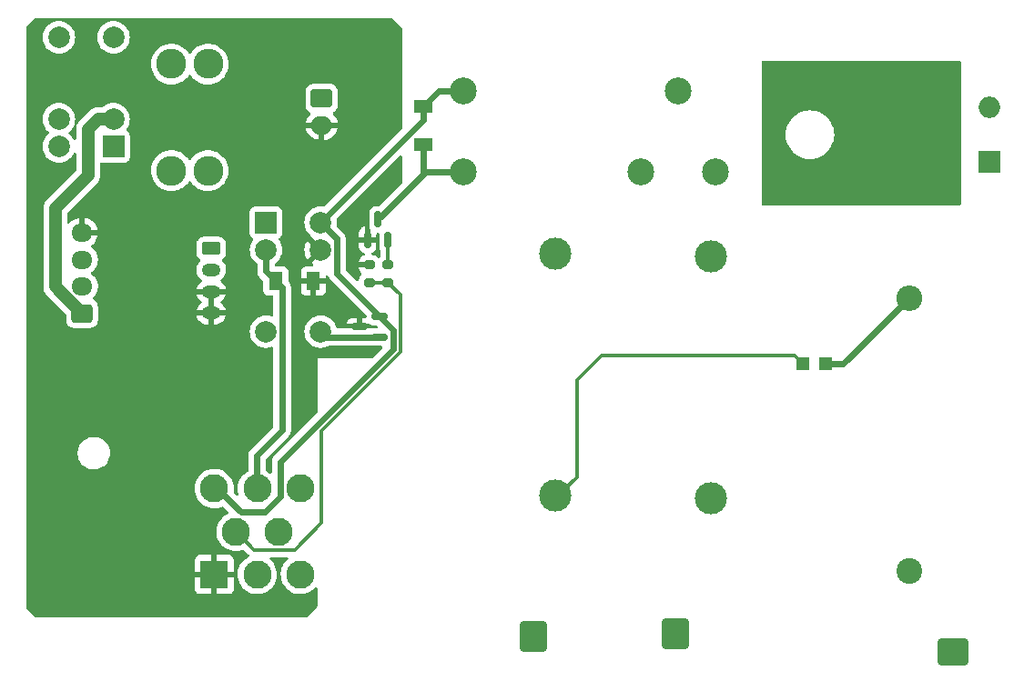
<source format=gbr>
%TF.GenerationSoftware,KiCad,Pcbnew,(6.0.1)*%
%TF.CreationDate,2022-02-14T12:04:50-05:00*%
%TF.ProjectId,pacman_side_2,7061636d-616e-45f7-9369-64655f322e6b,rev?*%
%TF.SameCoordinates,Original*%
%TF.FileFunction,Copper,L2,Bot*%
%TF.FilePolarity,Positive*%
%FSLAX46Y46*%
G04 Gerber Fmt 4.6, Leading zero omitted, Abs format (unit mm)*
G04 Created by KiCad (PCBNEW (6.0.1)) date 2022-02-14 12:04:50*
%MOMM*%
%LPD*%
G01*
G04 APERTURE LIST*
G04 Aperture macros list*
%AMRoundRect*
0 Rectangle with rounded corners*
0 $1 Rounding radius*
0 $2 $3 $4 $5 $6 $7 $8 $9 X,Y pos of 4 corners*
0 Add a 4 corners polygon primitive as box body*
4,1,4,$2,$3,$4,$5,$6,$7,$8,$9,$2,$3,0*
0 Add four circle primitives for the rounded corners*
1,1,$1+$1,$2,$3*
1,1,$1+$1,$4,$5*
1,1,$1+$1,$6,$7*
1,1,$1+$1,$8,$9*
0 Add four rect primitives between the rounded corners*
20,1,$1+$1,$2,$3,$4,$5,0*
20,1,$1+$1,$4,$5,$6,$7,0*
20,1,$1+$1,$6,$7,$8,$9,0*
20,1,$1+$1,$8,$9,$2,$3,0*%
G04 Aperture macros list end*
%TA.AperFunction,ComponentPad*%
%ADD10RoundRect,0.250000X-0.625000X0.350000X-0.625000X-0.350000X0.625000X-0.350000X0.625000X0.350000X0*%
%TD*%
%TA.AperFunction,ComponentPad*%
%ADD11O,1.750000X1.200000*%
%TD*%
%TA.AperFunction,ComponentPad*%
%ADD12R,2.000000X2.000000*%
%TD*%
%TA.AperFunction,ComponentPad*%
%ADD13C,2.000000*%
%TD*%
%TA.AperFunction,ComponentPad*%
%ADD14C,2.500000*%
%TD*%
%TA.AperFunction,ComponentPad*%
%ADD15C,2.780000*%
%TD*%
%TA.AperFunction,ComponentPad*%
%ADD16RoundRect,0.250000X0.725000X-0.600000X0.725000X0.600000X-0.725000X0.600000X-0.725000X-0.600000X0*%
%TD*%
%TA.AperFunction,ComponentPad*%
%ADD17O,1.950000X1.700000*%
%TD*%
%TA.AperFunction,ComponentPad*%
%ADD18O,2.000000X2.000000*%
%TD*%
%TA.AperFunction,ComponentPad*%
%ADD19RoundRect,0.250000X1.150000X-0.980000X1.150000X0.980000X-1.150000X0.980000X-1.150000X-0.980000X0*%
%TD*%
%TA.AperFunction,ComponentPad*%
%ADD20RoundRect,0.250000X-0.750000X0.600000X-0.750000X-0.600000X0.750000X-0.600000X0.750000X0.600000X0*%
%TD*%
%TA.AperFunction,ComponentPad*%
%ADD21O,2.000000X1.700000*%
%TD*%
%TA.AperFunction,ComponentPad*%
%ADD22C,3.000000*%
%TD*%
%TA.AperFunction,ComponentPad*%
%ADD23RoundRect,0.250000X0.980000X1.150000X-0.980000X1.150000X-0.980000X-1.150000X0.980000X-1.150000X0*%
%TD*%
%TA.AperFunction,ComponentPad*%
%ADD24R,2.625000X2.625000*%
%TD*%
%TA.AperFunction,ComponentPad*%
%ADD25C,2.625000*%
%TD*%
%TA.AperFunction,SMDPad,CuDef*%
%ADD26RoundRect,0.150000X0.150000X-0.587500X0.150000X0.587500X-0.150000X0.587500X-0.150000X-0.587500X0*%
%TD*%
%TA.AperFunction,SMDPad,CuDef*%
%ADD27R,1.700000X1.300000*%
%TD*%
%TA.AperFunction,SMDPad,CuDef*%
%ADD28R,1.200000X1.200000*%
%TD*%
%TA.AperFunction,SMDPad,CuDef*%
%ADD29RoundRect,0.200000X-0.275000X0.200000X-0.275000X-0.200000X0.275000X-0.200000X0.275000X0.200000X0*%
%TD*%
%TA.AperFunction,SMDPad,CuDef*%
%ADD30R,1.300000X1.700000*%
%TD*%
%TA.AperFunction,SMDPad,CuDef*%
%ADD31RoundRect,0.150000X0.587500X0.150000X-0.587500X0.150000X-0.587500X-0.150000X0.587500X-0.150000X0*%
%TD*%
%TA.AperFunction,ComponentPad*%
%ADD32C,2.400000*%
%TD*%
%TA.AperFunction,ComponentPad*%
%ADD33O,2.400000X2.400000*%
%TD*%
%TA.AperFunction,ViaPad*%
%ADD34C,0.800000*%
%TD*%
%TA.AperFunction,Conductor*%
%ADD35C,0.360000*%
%TD*%
%TA.AperFunction,Conductor*%
%ADD36C,0.600000*%
%TD*%
%TA.AperFunction,Conductor*%
%ADD37C,1.200000*%
%TD*%
G04 APERTURE END LIST*
D10*
%TO.P,J9,1,Pin_1*%
%TO.N,/AIR_B-*%
X107061000Y-84773000D03*
D11*
%TO.P,J9,2,Pin_2*%
%TO.N,/AIR_B+*%
X107061000Y-86773000D03*
%TO.P,J9,3,Pin_3*%
%TO.N,GND*%
X107061000Y-88773000D03*
%TO.P,J9,4,Pin_4*%
X107061000Y-90773000D03*
%TD*%
D12*
%TO.P,K3,1*%
%TO.N,unconnected-(K3-Pad1)*%
X97972500Y-75268500D03*
D13*
%TO.P,K3,2*%
%TO.N,+12V*%
X97972500Y-72728500D03*
%TO.P,K3,5*%
X97972500Y-65108500D03*
%TO.P,K3,6*%
X92892500Y-65108500D03*
%TO.P,K3,9*%
%TO.N,/BMS_FAN*%
X92892500Y-72728500D03*
%TO.P,K3,10*%
%TO.N,/FAN_OUT*%
X92892500Y-75268500D03*
%TD*%
D14*
%TO.P,K1,1*%
%TO.N,Net-(F1-Pad1)*%
X147000000Y-77621000D03*
%TO.P,K1,2*%
%TO.N,/AIR_B-*%
X130500000Y-70121000D03*
%TO.P,K1,5*%
%TO.N,Net-(K1-Pad5)*%
X150500000Y-70121000D03*
%TO.P,K1,9*%
%TO.N,Net-(D3-Pad2)*%
X130500000Y-77621000D03*
%TO.P,K1,10*%
%TO.N,Net-(F2-Pad1)*%
X154000000Y-77621000D03*
%TD*%
D15*
%TO.P,F3,1*%
%TO.N,/FAN_OUT*%
X106765000Y-77521000D03*
X103365000Y-77521000D03*
%TO.P,F3,2*%
%TO.N,Net-(F3-Pad2)*%
X103365000Y-67601000D03*
X106765000Y-67601000D03*
%TD*%
D16*
%TO.P,J2,1,Pin_1*%
%TO.N,+12V*%
X95040000Y-90811000D03*
D17*
%TO.P,J2,2,Pin_2*%
%TO.N,/BMS_CAN+*%
X95040000Y-88311000D03*
%TO.P,J2,3,Pin_3*%
%TO.N,/BMS_CAN-*%
X95040000Y-85811000D03*
%TO.P,J2,4,Pin_4*%
%TO.N,GND*%
X95040000Y-83311000D03*
%TD*%
D12*
%TO.P,R3,1*%
%TO.N,/INT+*%
X179410000Y-76708000D03*
D18*
%TO.P,R3,2*%
%TO.N,Net-(K1-Pad5)*%
X179410000Y-71628000D03*
%TD*%
D19*
%TO.P,J3,1,Pin_1*%
%TO.N,/INT+*%
X176065000Y-122311000D03*
%TD*%
D20*
%TO.P,J6,1,Pin_1*%
%TO.N,Net-(F3-Pad2)*%
X117340000Y-70811000D03*
D21*
%TO.P,J6,2,Pin_2*%
%TO.N,GND*%
X117340000Y-73311000D03*
%TD*%
D22*
%TO.P,F2,1*%
%TO.N,Net-(F2-Pad1)*%
X153513000Y-85529000D03*
%TO.P,F2,2*%
%TO.N,/B+*%
X153513000Y-108029000D03*
%TD*%
%TO.P,F1,1*%
%TO.N,Net-(F1-Pad1)*%
X139035000Y-85275000D03*
%TO.P,F1,2*%
%TO.N,/INT-*%
X139035000Y-107775000D03*
%TD*%
D23*
%TO.P,J4,1,Pin_1*%
%TO.N,/B+*%
X150211000Y-120655000D03*
%TD*%
%TO.P,J5,1,Pin_1*%
%TO.N,/INT-*%
X137003000Y-120909000D03*
%TD*%
D12*
%TO.P,K2,1*%
%TO.N,unconnected-(K2-Pad1)*%
X112157500Y-82353500D03*
D13*
%TO.P,K2,2*%
%TO.N,/MAIN_CONT*%
X112157500Y-84893500D03*
%TO.P,K2,5*%
%TO.N,/AIR_B+*%
X112157500Y-92513500D03*
%TO.P,K2,6*%
X117237500Y-92513500D03*
%TO.P,K2,9*%
%TO.N,GND*%
X117237500Y-84893500D03*
%TO.P,K2,10*%
%TO.N,/AIR_B-*%
X117237500Y-82353500D03*
%TD*%
D24*
%TO.P,J1,1,Pin_1*%
%TO.N,GND*%
X107349000Y-115130000D03*
D25*
%TO.P,J1,2,Pin_2*%
%TO.N,/BMS_FAN*%
X111349000Y-115130000D03*
%TO.P,J1,3,Pin_3*%
%TO.N,+12V*%
X115349000Y-115130000D03*
%TO.P,J1,4,Pin_4*%
%TO.N,/PRECHARGE*%
X109349000Y-111130000D03*
%TO.P,J1,5,Pin_5*%
%TO.N,/BMS_CAN+*%
X113349000Y-111130000D03*
%TO.P,J1,6,Pin_6*%
%TO.N,/AIR_B-*%
X107349000Y-107130000D03*
%TO.P,J1,7,Pin_7*%
%TO.N,/MAIN_CONT*%
X111349000Y-107130000D03*
%TO.P,J1,8,Pin_8*%
%TO.N,/BMS_CAN-*%
X115349000Y-107130000D03*
%TD*%
D26*
%TO.P,Q2,1,B*%
%TO.N,Net-(Q2-Pad1)*%
X123515000Y-83956310D03*
%TO.P,Q2,2,E*%
%TO.N,GND*%
X121615000Y-83956310D03*
%TO.P,Q2,3,C*%
%TO.N,Net-(D3-Pad2)*%
X122565000Y-82081310D03*
%TD*%
D27*
%TO.P,D3,1,K*%
%TO.N,/AIR_B-*%
X126815000Y-71561000D03*
%TO.P,D3,2,A*%
%TO.N,Net-(D3-Pad2)*%
X126815000Y-75061000D03*
%TD*%
D28*
%TO.P,D1,1,K*%
%TO.N,/INT-*%
X162115000Y-95509000D03*
%TO.P,D1,2,A*%
%TO.N,Net-(D1-Pad2)*%
X164215000Y-95509000D03*
%TD*%
D29*
%TO.P,R5,1*%
%TO.N,Net-(Q2-Pad1)*%
X123513000Y-86302000D03*
%TO.P,R5,2*%
%TO.N,/PRECHARGE*%
X123513000Y-87952000D03*
%TD*%
D30*
%TO.P,D4,1,K*%
%TO.N,/MAIN_CONT*%
X113065000Y-87811000D03*
%TO.P,D4,2,A*%
%TO.N,GND*%
X116565000Y-87811000D03*
%TD*%
D31*
%TO.P,D5,1,K*%
%TO.N,/AIR_B-*%
X122752500Y-91111000D03*
%TO.P,D5,2,K*%
%TO.N,/AIR_B+*%
X122752500Y-93011000D03*
%TO.P,D5,3,A*%
%TO.N,GND*%
X120877500Y-92061000D03*
%TD*%
D32*
%TO.P,R1,1*%
%TO.N,/INT+*%
X171958000Y-114808000D03*
D33*
%TO.P,R1,2*%
%TO.N,Net-(D1-Pad2)*%
X171958000Y-89408000D03*
%TD*%
D29*
%TO.P,R6,1*%
%TO.N,GND*%
X121763000Y-86302000D03*
%TO.P,R6,2*%
%TO.N,/PRECHARGE*%
X121763000Y-87952000D03*
%TD*%
D34*
%TO.N,GND*%
X123795000Y-78237000D03*
X119985000Y-82301000D03*
X121509000Y-80523000D03*
%TD*%
D35*
%TO.N,/INT-*%
X141067000Y-97033000D02*
X141067000Y-106059000D01*
X141067000Y-106059000D02*
X139315000Y-107811000D01*
X143354521Y-94745479D02*
X161351479Y-94745479D01*
X143354521Y-94745479D02*
X141067000Y-97033000D01*
X161351479Y-94745479D02*
X162115000Y-95509000D01*
D36*
%TO.N,Net-(D1-Pad2)*%
X165857000Y-95509000D02*
X164215000Y-95509000D01*
X171958000Y-89408000D02*
X165857000Y-95509000D01*
%TO.N,Net-(D3-Pad2)*%
X127025310Y-77621000D02*
X130500000Y-77621000D01*
X122565000Y-82081310D02*
X127025310Y-77621000D01*
X126815000Y-77831310D02*
X126815000Y-75061000D01*
X122565000Y-82081310D02*
X126815000Y-77831310D01*
%TO.N,/MAIN_CONT*%
X113657011Y-88403011D02*
X113657011Y-101718989D01*
X112157500Y-86903500D02*
X113065000Y-87811000D01*
X111315000Y-104061000D02*
X111315000Y-107061000D01*
X113657011Y-101718989D02*
X111315000Y-104061000D01*
X113065000Y-87811000D02*
X113657011Y-88403011D01*
X112157500Y-84893500D02*
X112157500Y-86903500D01*
%TO.N,/AIR_B+*%
X117735000Y-93011000D02*
X122752500Y-93011000D01*
X117237500Y-92513500D02*
X117735000Y-93011000D01*
D37*
%TO.N,+12V*%
X92553000Y-88324000D02*
X95040000Y-90811000D01*
X96558287Y-72728500D02*
X95601000Y-73685787D01*
X95601000Y-73685787D02*
X95601000Y-77983000D01*
X97972500Y-72728500D02*
X96558287Y-72728500D01*
X95601000Y-77983000D02*
X92553000Y-81031000D01*
X92553000Y-81031000D02*
X92553000Y-88324000D01*
D35*
%TO.N,/PRECHARGE*%
X124669040Y-94417946D02*
X117315000Y-101771986D01*
X123513000Y-87952000D02*
X121763000Y-87952000D01*
X123513000Y-87952000D02*
X124642960Y-89081960D01*
X117315000Y-101771986D02*
X117315000Y-110311000D01*
X124669040Y-89081960D02*
X124669040Y-94417946D01*
X111076011Y-112822011D02*
X109315000Y-111061000D01*
X114803989Y-112822011D02*
X111076011Y-112822011D01*
X117315000Y-110311000D02*
X114803989Y-112822011D01*
X124642960Y-89081960D02*
X124669040Y-89081960D01*
D36*
%TO.N,/AIR_B-*%
X118737011Y-83853011D02*
X117237500Y-82353500D01*
X113502989Y-104623011D02*
X113502989Y-107873011D01*
X128255000Y-70121000D02*
X126815000Y-71561000D01*
X113502989Y-107873011D02*
X112065000Y-109311000D01*
X122752500Y-91111000D02*
X123989520Y-92348020D01*
X112065000Y-109311000D02*
X109815000Y-109311000D01*
X123989520Y-92348020D02*
X123989520Y-94136480D01*
X109815000Y-109311000D02*
X107565000Y-107061000D01*
X107565000Y-107061000D02*
X107315000Y-107061000D01*
X126815000Y-71561000D02*
X126815000Y-72776000D01*
X122752500Y-91111000D02*
X118737011Y-87095511D01*
X118737011Y-87095511D02*
X118737011Y-83853011D01*
X130500000Y-70121000D02*
X128255000Y-70121000D01*
X126815000Y-72776000D02*
X117237500Y-82353500D01*
X123989520Y-94136480D02*
X113502989Y-104623011D01*
D35*
%TO.N,Net-(Q2-Pad1)*%
X123515000Y-86300000D02*
X123513000Y-86302000D01*
X123515000Y-83956310D02*
X123515000Y-86300000D01*
%TD*%
%TA.AperFunction,Conductor*%
%TO.N,GND*%
G36*
X123894931Y-63339002D02*
G01*
X123915905Y-63355905D01*
X124774095Y-64214095D01*
X124808121Y-64276407D01*
X124811000Y-64303190D01*
X124811000Y-73584419D01*
X124790998Y-73652540D01*
X124774096Y-73673513D01*
X121194792Y-77252816D01*
X117616385Y-80831223D01*
X117554073Y-80865249D01*
X117497874Y-80864646D01*
X117474211Y-80858965D01*
X117237500Y-80840335D01*
X117000789Y-80858965D01*
X116995982Y-80860119D01*
X116995976Y-80860120D01*
X116876925Y-80888702D01*
X116769906Y-80914395D01*
X116765335Y-80916288D01*
X116765333Y-80916289D01*
X116555111Y-81003365D01*
X116555107Y-81003367D01*
X116550537Y-81005260D01*
X116546317Y-81007846D01*
X116352298Y-81126741D01*
X116352292Y-81126745D01*
X116348084Y-81129324D01*
X116167531Y-81283531D01*
X116013324Y-81464084D01*
X116010745Y-81468292D01*
X116010741Y-81468298D01*
X115965365Y-81542345D01*
X115889260Y-81666537D01*
X115798395Y-81885906D01*
X115797240Y-81890718D01*
X115744121Y-82111974D01*
X115742965Y-82116789D01*
X115724335Y-82353500D01*
X115742965Y-82590211D01*
X115744119Y-82595018D01*
X115744120Y-82595024D01*
X115772934Y-82715043D01*
X115798395Y-82821094D01*
X115800288Y-82825665D01*
X115800289Y-82825667D01*
X115854438Y-82956394D01*
X115889260Y-83040463D01*
X115891846Y-83044683D01*
X116010741Y-83238702D01*
X116010745Y-83238708D01*
X116013324Y-83242916D01*
X116167531Y-83423469D01*
X116171287Y-83426677D01*
X116171292Y-83426682D01*
X116324116Y-83557206D01*
X116362926Y-83616656D01*
X116365140Y-83651058D01*
X116373377Y-83670167D01*
X117507615Y-84804405D01*
X117541641Y-84866717D01*
X117536576Y-84937532D01*
X117507615Y-84982595D01*
X116376420Y-86113790D01*
X116369660Y-86126170D01*
X116375386Y-86133819D01*
X116515315Y-86219569D01*
X116562946Y-86272217D01*
X116574552Y-86342258D01*
X116546448Y-86407456D01*
X116487558Y-86447109D01*
X116449479Y-86453001D01*
X115870331Y-86453001D01*
X115863510Y-86453371D01*
X115812648Y-86458895D01*
X115797396Y-86462521D01*
X115676946Y-86507676D01*
X115661351Y-86516214D01*
X115559276Y-86592715D01*
X115546715Y-86605276D01*
X115470214Y-86707351D01*
X115461676Y-86722946D01*
X115416522Y-86843394D01*
X115412895Y-86858649D01*
X115407369Y-86909514D01*
X115407000Y-86916328D01*
X115407000Y-87538885D01*
X115411475Y-87554124D01*
X115412865Y-87555329D01*
X115420548Y-87557000D01*
X117704884Y-87557000D01*
X117720123Y-87552525D01*
X117721328Y-87551135D01*
X117722999Y-87543452D01*
X117722999Y-87400253D01*
X117743001Y-87332132D01*
X117796657Y-87285639D01*
X117866931Y-87275535D01*
X117931511Y-87305029D01*
X117965239Y-87355324D01*
X117965892Y-87355020D01*
X117965892Y-87355021D01*
X117984219Y-87394324D01*
X117989001Y-87406100D01*
X118003266Y-87447063D01*
X118007000Y-87453038D01*
X118007001Y-87453041D01*
X118021038Y-87475506D01*
X118028377Y-87489023D01*
X118039570Y-87513025D01*
X118042549Y-87519413D01*
X118046866Y-87524978D01*
X118046867Y-87524980D01*
X118069117Y-87553664D01*
X118076413Y-87564123D01*
X118094171Y-87592542D01*
X118099385Y-87600887D01*
X118104345Y-87605882D01*
X118104346Y-87605883D01*
X118127987Y-87629690D01*
X118128572Y-87630315D01*
X118129089Y-87630981D01*
X118155079Y-87656971D01*
X118227196Y-87729593D01*
X118228233Y-87730251D01*
X118229462Y-87731354D01*
X121469595Y-90971487D01*
X121503621Y-91033799D01*
X121506500Y-91060582D01*
X121506500Y-91127000D01*
X121486498Y-91195121D01*
X121432842Y-91241614D01*
X121380500Y-91253000D01*
X121149615Y-91253000D01*
X121134376Y-91257475D01*
X121133171Y-91258865D01*
X121131500Y-91266548D01*
X121131500Y-91788885D01*
X121135975Y-91804124D01*
X121137365Y-91805329D01*
X121145048Y-91807000D01*
X121760158Y-91807000D01*
X121824297Y-91824547D01*
X121901399Y-91870145D01*
X121909010Y-91872356D01*
X121909012Y-91872357D01*
X121961231Y-91887528D01*
X122061169Y-91916562D01*
X122067574Y-91917066D01*
X122067579Y-91917067D01*
X122096042Y-91919307D01*
X122096050Y-91919307D01*
X122098498Y-91919500D01*
X122365418Y-91919500D01*
X122433539Y-91939502D01*
X122454513Y-91956405D01*
X122485513Y-91987405D01*
X122519539Y-92049717D01*
X122514474Y-92120532D01*
X122471927Y-92177368D01*
X122405407Y-92202179D01*
X122396418Y-92202500D01*
X118813531Y-92202500D01*
X118745410Y-92182498D01*
X118698917Y-92128842D01*
X118691013Y-92105915D01*
X118677763Y-92050727D01*
X118677760Y-92050718D01*
X118676605Y-92045906D01*
X118663450Y-92014146D01*
X118587635Y-91831111D01*
X118587633Y-91831107D01*
X118585740Y-91826537D01*
X118570174Y-91801135D01*
X118563108Y-91789605D01*
X119640061Y-91789605D01*
X119640101Y-91803706D01*
X119647370Y-91807000D01*
X120605385Y-91807000D01*
X120620624Y-91802525D01*
X120621829Y-91801135D01*
X120623500Y-91793452D01*
X120623500Y-91271116D01*
X120619025Y-91255877D01*
X120617635Y-91254672D01*
X120609952Y-91253001D01*
X120226017Y-91253001D01*
X120221080Y-91253195D01*
X120192664Y-91255430D01*
X120180069Y-91257730D01*
X120034210Y-91300107D01*
X120019779Y-91306352D01*
X119890322Y-91382911D01*
X119877896Y-91392551D01*
X119771551Y-91498896D01*
X119761911Y-91511322D01*
X119685352Y-91640779D01*
X119679107Y-91655210D01*
X119640061Y-91789605D01*
X118563108Y-91789605D01*
X118464259Y-91628298D01*
X118464255Y-91628292D01*
X118461676Y-91624084D01*
X118307469Y-91443531D01*
X118126916Y-91289324D01*
X118122708Y-91286745D01*
X118122702Y-91286741D01*
X117928683Y-91167846D01*
X117924463Y-91165260D01*
X117919893Y-91163367D01*
X117919889Y-91163365D01*
X117709667Y-91076289D01*
X117709665Y-91076288D01*
X117705094Y-91074395D01*
X117624891Y-91055140D01*
X117479024Y-91020120D01*
X117479018Y-91020119D01*
X117474211Y-91018965D01*
X117237500Y-91000335D01*
X117000789Y-91018965D01*
X116995982Y-91020119D01*
X116995976Y-91020120D01*
X116850109Y-91055140D01*
X116769906Y-91074395D01*
X116765335Y-91076288D01*
X116765333Y-91076289D01*
X116555111Y-91163365D01*
X116555107Y-91163367D01*
X116550537Y-91165260D01*
X116546317Y-91167846D01*
X116352298Y-91286741D01*
X116352292Y-91286745D01*
X116348084Y-91289324D01*
X116167531Y-91443531D01*
X116013324Y-91624084D01*
X116010745Y-91628292D01*
X116010741Y-91628298D01*
X115904826Y-91801135D01*
X115889260Y-91826537D01*
X115887367Y-91831107D01*
X115887365Y-91831111D01*
X115811550Y-92014146D01*
X115798395Y-92045906D01*
X115797240Y-92050718D01*
X115768802Y-92169172D01*
X115742965Y-92276789D01*
X115724335Y-92513500D01*
X115742965Y-92750211D01*
X115798395Y-92981094D01*
X115889260Y-93200463D01*
X115891846Y-93204683D01*
X116010741Y-93398702D01*
X116010745Y-93398708D01*
X116013324Y-93402916D01*
X116167531Y-93583469D01*
X116348084Y-93737676D01*
X116352292Y-93740255D01*
X116352298Y-93740259D01*
X116481608Y-93819500D01*
X116550537Y-93861740D01*
X116555107Y-93863633D01*
X116555111Y-93863635D01*
X116720706Y-93932226D01*
X116769906Y-93952605D01*
X116815004Y-93963432D01*
X116995976Y-94006880D01*
X116995982Y-94006881D01*
X117000789Y-94008035D01*
X117237500Y-94026665D01*
X117474211Y-94008035D01*
X117479018Y-94006881D01*
X117479024Y-94006880D01*
X117659996Y-93963432D01*
X117705094Y-93952605D01*
X117754294Y-93932226D01*
X117919891Y-93863634D01*
X117919893Y-93863633D01*
X117924463Y-93861740D01*
X117963095Y-93838066D01*
X118028927Y-93819500D01*
X122858919Y-93819500D01*
X122927040Y-93839502D01*
X122973533Y-93893158D01*
X122983637Y-93963432D01*
X122954143Y-94028012D01*
X122948014Y-94034595D01*
X122018514Y-94964095D01*
X121956202Y-94998121D01*
X121929419Y-95001000D01*
X116937000Y-95001000D01*
X116937000Y-99993418D01*
X116916998Y-100061539D01*
X116900095Y-100082513D01*
X112937831Y-104044777D01*
X112936894Y-104045705D01*
X112872482Y-104108782D01*
X112848991Y-104145232D01*
X112841572Y-104155557D01*
X112814513Y-104189454D01*
X112811448Y-104195795D01*
X112811447Y-104195796D01*
X112799917Y-104219648D01*
X112792388Y-104233065D01*
X112774224Y-104261249D01*
X112771816Y-104267866D01*
X112771813Y-104267871D01*
X112759397Y-104301984D01*
X112754436Y-104313727D01*
X112738635Y-104346414D01*
X112738633Y-104346419D01*
X112735568Y-104352760D01*
X112733985Y-104359618D01*
X112733984Y-104359620D01*
X112728024Y-104385437D01*
X112723657Y-104400180D01*
X112712186Y-104431696D01*
X112711303Y-104438686D01*
X112711301Y-104438694D01*
X112706751Y-104474712D01*
X112704515Y-104487264D01*
X112694765Y-104529496D01*
X112694740Y-104536542D01*
X112694740Y-104536545D01*
X112694623Y-104570067D01*
X112694594Y-104570949D01*
X112694489Y-104571780D01*
X112694489Y-104608583D01*
X112694132Y-104710881D01*
X112694400Y-104712081D01*
X112694489Y-104713718D01*
X112694489Y-105606255D01*
X112674487Y-105674376D01*
X112620831Y-105720869D01*
X112550557Y-105730973D01*
X112496670Y-105709783D01*
X112279657Y-105559236D01*
X112279650Y-105559232D01*
X112275819Y-105556574D01*
X112271637Y-105554511D01*
X112271629Y-105554507D01*
X112193772Y-105516113D01*
X112141523Y-105468045D01*
X112123500Y-105403107D01*
X112123500Y-104448082D01*
X112143502Y-104379961D01*
X112160405Y-104358987D01*
X114222074Y-102297317D01*
X114223011Y-102296388D01*
X114282486Y-102238146D01*
X114282487Y-102238145D01*
X114287518Y-102233218D01*
X114291333Y-102227299D01*
X114291339Y-102227291D01*
X114311005Y-102196775D01*
X114318438Y-102186430D01*
X114345487Y-102152546D01*
X114360084Y-102122351D01*
X114367613Y-102108934D01*
X114381959Y-102086673D01*
X114385776Y-102080751D01*
X114388184Y-102074134D01*
X114388187Y-102074129D01*
X114400603Y-102040016D01*
X114405564Y-102028273D01*
X114421364Y-101995589D01*
X114421367Y-101995580D01*
X114424432Y-101989240D01*
X114431977Y-101956561D01*
X114436345Y-101941814D01*
X114447814Y-101910304D01*
X114448696Y-101903319D01*
X114448698Y-101903312D01*
X114453248Y-101867297D01*
X114455483Y-101854746D01*
X114463651Y-101819367D01*
X114465236Y-101812504D01*
X114465378Y-101771915D01*
X114465407Y-101771046D01*
X114465511Y-101770220D01*
X114465511Y-101733703D01*
X114465869Y-101631119D01*
X114465600Y-101629916D01*
X114465511Y-101628272D01*
X114465511Y-88705669D01*
X115407001Y-88705669D01*
X115407371Y-88712490D01*
X115412895Y-88763352D01*
X115416521Y-88778604D01*
X115461676Y-88899054D01*
X115470214Y-88914649D01*
X115546715Y-89016724D01*
X115559276Y-89029285D01*
X115661351Y-89105786D01*
X115676946Y-89114324D01*
X115797394Y-89159478D01*
X115812649Y-89163105D01*
X115863514Y-89168631D01*
X115870328Y-89169000D01*
X116292885Y-89169000D01*
X116308124Y-89164525D01*
X116309329Y-89163135D01*
X116311000Y-89155452D01*
X116311000Y-89150884D01*
X116819000Y-89150884D01*
X116823475Y-89166123D01*
X116824865Y-89167328D01*
X116832548Y-89168999D01*
X117259669Y-89168999D01*
X117266490Y-89168629D01*
X117317352Y-89163105D01*
X117332604Y-89159479D01*
X117453054Y-89114324D01*
X117468649Y-89105786D01*
X117570724Y-89029285D01*
X117583285Y-89016724D01*
X117659786Y-88914649D01*
X117668324Y-88899054D01*
X117713478Y-88778606D01*
X117717105Y-88763351D01*
X117722631Y-88712486D01*
X117723000Y-88705672D01*
X117723000Y-88083115D01*
X117718525Y-88067876D01*
X117717135Y-88066671D01*
X117709452Y-88065000D01*
X116837115Y-88065000D01*
X116821876Y-88069475D01*
X116820671Y-88070865D01*
X116819000Y-88078548D01*
X116819000Y-89150884D01*
X116311000Y-89150884D01*
X116311000Y-88083115D01*
X116306525Y-88067876D01*
X116305135Y-88066671D01*
X116297452Y-88065000D01*
X115425116Y-88065000D01*
X115409877Y-88069475D01*
X115408672Y-88070865D01*
X115407001Y-88078548D01*
X115407001Y-88705669D01*
X114465511Y-88705669D01*
X114465511Y-88412225D01*
X114465518Y-88410905D01*
X114465749Y-88388819D01*
X114466462Y-88320790D01*
X114457300Y-88278414D01*
X114455241Y-88265843D01*
X114451193Y-88229755D01*
X114450408Y-88222756D01*
X114439378Y-88191081D01*
X114435215Y-88176269D01*
X114429620Y-88150392D01*
X114428130Y-88143501D01*
X114409803Y-88104198D01*
X114405021Y-88092422D01*
X114390756Y-88051459D01*
X114383749Y-88040245D01*
X114372984Y-88023016D01*
X114365645Y-88009499D01*
X114354452Y-87985497D01*
X114354451Y-87985496D01*
X114351473Y-87979109D01*
X114338058Y-87961814D01*
X114324905Y-87944858D01*
X114317609Y-87934399D01*
X114298369Y-87903607D01*
X114298367Y-87903604D01*
X114294637Y-87897635D01*
X114289676Y-87892639D01*
X114266035Y-87868832D01*
X114265450Y-87868207D01*
X114264933Y-87867541D01*
X114260405Y-87863013D01*
X114260074Y-87862407D01*
X114259536Y-87861797D01*
X114259674Y-87861675D01*
X114226379Y-87800701D01*
X114223500Y-87773918D01*
X114223500Y-86912866D01*
X114216745Y-86850684D01*
X114165615Y-86714295D01*
X114078261Y-86597739D01*
X113961705Y-86510385D01*
X113825316Y-86459255D01*
X113763134Y-86452500D01*
X113092000Y-86452500D01*
X113023879Y-86432498D01*
X112977386Y-86378842D01*
X112966000Y-86326500D01*
X112966000Y-86237824D01*
X112986002Y-86169703D01*
X113026164Y-86130393D01*
X113046916Y-86117676D01*
X113125832Y-86050275D01*
X113223713Y-85966677D01*
X113227469Y-85963469D01*
X113381676Y-85782916D01*
X113384255Y-85778708D01*
X113384259Y-85778702D01*
X113503154Y-85584683D01*
X113505740Y-85580463D01*
X113507729Y-85575663D01*
X113594711Y-85365667D01*
X113594712Y-85365665D01*
X113596605Y-85361094D01*
X113623260Y-85250068D01*
X113650880Y-85135024D01*
X113650881Y-85135018D01*
X113652035Y-85130211D01*
X113670277Y-84898430D01*
X115725225Y-84898430D01*
X115743072Y-85125199D01*
X115744615Y-85134946D01*
X115797717Y-85356127D01*
X115800766Y-85365512D01*
X115887813Y-85575663D01*
X115892295Y-85584458D01*
X115994932Y-85751945D01*
X116005390Y-85761407D01*
X116014166Y-85757624D01*
X116865478Y-84906312D01*
X116873092Y-84892368D01*
X116872961Y-84890535D01*
X116868710Y-84883920D01*
X116017210Y-84032420D01*
X116004830Y-84025660D01*
X115997180Y-84031387D01*
X115892295Y-84202542D01*
X115887813Y-84211337D01*
X115800766Y-84421488D01*
X115797717Y-84430873D01*
X115744615Y-84652054D01*
X115743072Y-84661801D01*
X115725225Y-84888570D01*
X115725225Y-84898430D01*
X113670277Y-84898430D01*
X113670665Y-84893500D01*
X113652035Y-84656789D01*
X113648280Y-84641146D01*
X113606490Y-84467080D01*
X113596605Y-84425906D01*
X113573233Y-84369481D01*
X113507635Y-84211111D01*
X113507633Y-84211107D01*
X113505740Y-84206537D01*
X113471869Y-84151265D01*
X113384259Y-84008298D01*
X113384255Y-84008292D01*
X113381676Y-84004084D01*
X113378460Y-84000318D01*
X113372329Y-83993139D01*
X113343298Y-83928349D01*
X113353903Y-83858149D01*
X113400027Y-83805681D01*
X113404205Y-83804115D01*
X113520761Y-83716761D01*
X113608115Y-83600205D01*
X113659245Y-83463816D01*
X113666000Y-83401634D01*
X113666000Y-81305366D01*
X113659245Y-81243184D01*
X113608115Y-81106795D01*
X113520761Y-80990239D01*
X113404205Y-80902885D01*
X113267816Y-80851755D01*
X113205634Y-80845000D01*
X111109366Y-80845000D01*
X111047184Y-80851755D01*
X110910795Y-80902885D01*
X110794239Y-80990239D01*
X110706885Y-81106795D01*
X110655755Y-81243184D01*
X110649000Y-81305366D01*
X110649000Y-83401634D01*
X110655755Y-83463816D01*
X110706885Y-83600205D01*
X110794239Y-83716761D01*
X110910376Y-83803801D01*
X110910795Y-83804115D01*
X110910750Y-83804175D01*
X110957518Y-83851052D01*
X110972528Y-83920444D01*
X110947640Y-83986935D01*
X110942671Y-83993139D01*
X110936540Y-84000318D01*
X110933324Y-84004084D01*
X110930745Y-84008292D01*
X110930741Y-84008298D01*
X110843131Y-84151265D01*
X110809260Y-84206537D01*
X110807367Y-84211107D01*
X110807365Y-84211111D01*
X110741767Y-84369481D01*
X110718395Y-84425906D01*
X110708510Y-84467080D01*
X110666721Y-84641146D01*
X110662965Y-84656789D01*
X110644335Y-84893500D01*
X110662965Y-85130211D01*
X110664119Y-85135018D01*
X110664120Y-85135024D01*
X110691740Y-85250068D01*
X110718395Y-85361094D01*
X110720288Y-85365665D01*
X110720289Y-85365667D01*
X110807272Y-85575663D01*
X110809260Y-85580463D01*
X110811846Y-85584683D01*
X110930741Y-85778702D01*
X110930745Y-85778708D01*
X110933324Y-85782916D01*
X111087531Y-85963469D01*
X111091287Y-85966677D01*
X111189168Y-86050275D01*
X111268084Y-86117676D01*
X111288836Y-86130393D01*
X111336466Y-86183038D01*
X111349000Y-86237824D01*
X111349000Y-86894264D01*
X111348993Y-86895584D01*
X111348049Y-86985721D01*
X111357211Y-87028097D01*
X111359269Y-87040663D01*
X111364103Y-87083755D01*
X111366419Y-87090406D01*
X111366420Y-87090410D01*
X111375133Y-87115430D01*
X111379296Y-87130242D01*
X111386381Y-87163010D01*
X111404708Y-87202313D01*
X111409490Y-87214089D01*
X111423755Y-87255052D01*
X111427489Y-87261027D01*
X111427490Y-87261030D01*
X111441527Y-87283495D01*
X111448866Y-87297012D01*
X111460059Y-87321014D01*
X111463038Y-87327402D01*
X111467355Y-87332967D01*
X111467356Y-87332969D01*
X111489606Y-87361653D01*
X111496902Y-87372112D01*
X111510771Y-87394307D01*
X111519874Y-87408876D01*
X111524834Y-87413871D01*
X111524835Y-87413872D01*
X111548476Y-87437679D01*
X111549061Y-87438304D01*
X111549578Y-87438970D01*
X111575568Y-87464960D01*
X111647685Y-87537582D01*
X111648722Y-87538240D01*
X111649951Y-87539343D01*
X111869595Y-87758987D01*
X111903621Y-87821299D01*
X111906500Y-87848082D01*
X111906500Y-88709134D01*
X111913255Y-88771316D01*
X111964385Y-88907705D01*
X112051739Y-89024261D01*
X112168295Y-89111615D01*
X112304684Y-89162745D01*
X112366866Y-89169500D01*
X112722511Y-89169500D01*
X112790632Y-89189502D01*
X112837125Y-89243158D01*
X112848511Y-89295500D01*
X112848511Y-90978365D01*
X112828509Y-91046486D01*
X112774853Y-91092979D01*
X112704579Y-91103083D01*
X112674295Y-91094774D01*
X112625094Y-91074395D01*
X112544891Y-91055140D01*
X112399024Y-91020120D01*
X112399018Y-91020119D01*
X112394211Y-91018965D01*
X112157500Y-91000335D01*
X111920789Y-91018965D01*
X111915982Y-91020119D01*
X111915976Y-91020120D01*
X111770109Y-91055140D01*
X111689906Y-91074395D01*
X111685335Y-91076288D01*
X111685333Y-91076289D01*
X111475111Y-91163365D01*
X111475107Y-91163367D01*
X111470537Y-91165260D01*
X111466317Y-91167846D01*
X111272298Y-91286741D01*
X111272292Y-91286745D01*
X111268084Y-91289324D01*
X111087531Y-91443531D01*
X110933324Y-91624084D01*
X110930745Y-91628292D01*
X110930741Y-91628298D01*
X110824826Y-91801135D01*
X110809260Y-91826537D01*
X110807367Y-91831107D01*
X110807365Y-91831111D01*
X110731550Y-92014146D01*
X110718395Y-92045906D01*
X110717240Y-92050718D01*
X110688802Y-92169172D01*
X110662965Y-92276789D01*
X110644335Y-92513500D01*
X110662965Y-92750211D01*
X110718395Y-92981094D01*
X110809260Y-93200463D01*
X110811846Y-93204683D01*
X110930741Y-93398702D01*
X110930745Y-93398708D01*
X110933324Y-93402916D01*
X111087531Y-93583469D01*
X111268084Y-93737676D01*
X111272292Y-93740255D01*
X111272298Y-93740259D01*
X111401608Y-93819500D01*
X111470537Y-93861740D01*
X111475107Y-93863633D01*
X111475111Y-93863635D01*
X111640706Y-93932226D01*
X111689906Y-93952605D01*
X111735004Y-93963432D01*
X111915976Y-94006880D01*
X111915982Y-94006881D01*
X111920789Y-94008035D01*
X112157500Y-94026665D01*
X112394211Y-94008035D01*
X112399018Y-94006881D01*
X112399024Y-94006880D01*
X112579996Y-93963432D01*
X112625094Y-93952605D01*
X112674294Y-93932226D01*
X112744882Y-93924637D01*
X112808369Y-93956416D01*
X112844597Y-94017474D01*
X112848511Y-94048635D01*
X112848511Y-101331907D01*
X112828509Y-101400028D01*
X112811606Y-101421002D01*
X110749842Y-103482766D01*
X110748905Y-103483694D01*
X110690314Y-103541071D01*
X110684493Y-103546771D01*
X110661002Y-103583221D01*
X110653583Y-103593546D01*
X110626524Y-103627443D01*
X110623459Y-103633784D01*
X110623458Y-103633785D01*
X110611928Y-103657637D01*
X110604399Y-103671054D01*
X110586235Y-103699238D01*
X110583827Y-103705855D01*
X110583824Y-103705860D01*
X110571408Y-103739973D01*
X110566447Y-103751716D01*
X110550646Y-103784403D01*
X110550644Y-103784408D01*
X110547579Y-103790749D01*
X110545996Y-103797607D01*
X110545995Y-103797609D01*
X110540035Y-103823426D01*
X110535668Y-103838169D01*
X110524197Y-103869685D01*
X110523314Y-103876675D01*
X110523312Y-103876683D01*
X110518762Y-103912701D01*
X110516526Y-103925253D01*
X110506776Y-103967485D01*
X110506751Y-103974531D01*
X110506751Y-103974534D01*
X110506634Y-104008056D01*
X110506605Y-104008938D01*
X110506500Y-104009769D01*
X110506500Y-104046419D01*
X110506499Y-104046859D01*
X110506156Y-104145216D01*
X110506143Y-104148870D01*
X110506411Y-104150070D01*
X110506500Y-104151707D01*
X110506500Y-105436725D01*
X110486498Y-105504846D01*
X110449585Y-105542097D01*
X110241250Y-105678687D01*
X110241245Y-105678691D01*
X110237337Y-105681253D01*
X110200588Y-105714053D01*
X110068959Y-105831536D01*
X110035409Y-105861480D01*
X109862339Y-106069575D01*
X109721928Y-106300965D01*
X109720119Y-106305279D01*
X109720118Y-106305281D01*
X109702123Y-106348195D01*
X109617260Y-106550568D01*
X109550637Y-106812900D01*
X109523520Y-107082198D01*
X109536506Y-107352546D01*
X109537419Y-107357134D01*
X109588703Y-107614961D01*
X109582375Y-107685675D01*
X109538820Y-107741742D01*
X109471868Y-107765361D01*
X109402774Y-107749034D01*
X109376029Y-107728637D01*
X109182482Y-107535090D01*
X109148456Y-107472778D01*
X109146584Y-107430094D01*
X109172205Y-107228701D01*
X109172205Y-107228697D01*
X109172603Y-107225571D01*
X109175106Y-107130000D01*
X109155048Y-106860084D01*
X109095314Y-106596098D01*
X108997216Y-106343841D01*
X108862910Y-106108854D01*
X108695347Y-105896301D01*
X108498206Y-105710849D01*
X108347434Y-105606255D01*
X108279657Y-105559236D01*
X108279650Y-105559232D01*
X108275819Y-105556574D01*
X108227716Y-105532852D01*
X108037259Y-105438929D01*
X108037256Y-105438928D01*
X108033071Y-105436864D01*
X107974847Y-105418226D01*
X107779741Y-105355772D01*
X107779743Y-105355772D01*
X107775296Y-105354349D01*
X107588576Y-105323940D01*
X107512768Y-105311594D01*
X107512767Y-105311594D01*
X107508156Y-105310843D01*
X107372837Y-105309071D01*
X107242196Y-105307361D01*
X107242193Y-105307361D01*
X107237519Y-105307300D01*
X106969331Y-105343799D01*
X106964845Y-105345107D01*
X106964843Y-105345107D01*
X106933135Y-105354349D01*
X106709484Y-105419537D01*
X106705231Y-105421497D01*
X106705230Y-105421498D01*
X106671899Y-105436864D01*
X106463686Y-105532852D01*
X106459777Y-105535415D01*
X106241250Y-105678687D01*
X106241245Y-105678691D01*
X106237337Y-105681253D01*
X106200588Y-105714053D01*
X106068959Y-105831536D01*
X106035409Y-105861480D01*
X105862339Y-106069575D01*
X105721928Y-106300965D01*
X105720119Y-106305279D01*
X105720118Y-106305281D01*
X105702123Y-106348195D01*
X105617260Y-106550568D01*
X105550637Y-106812900D01*
X105523520Y-107082198D01*
X105536506Y-107352546D01*
X105589309Y-107618006D01*
X105590888Y-107622404D01*
X105590890Y-107622411D01*
X105679186Y-107868335D01*
X105680769Y-107872744D01*
X105808878Y-108111166D01*
X105970820Y-108328033D01*
X105974129Y-108331313D01*
X105974134Y-108331319D01*
X106141272Y-108497004D01*
X106163039Y-108518582D01*
X106166801Y-108521340D01*
X106166804Y-108521343D01*
X106279474Y-108603956D01*
X106381311Y-108678626D01*
X106385442Y-108680800D01*
X106385443Y-108680800D01*
X106616707Y-108802474D01*
X106616713Y-108802476D01*
X106620842Y-108804649D01*
X106625249Y-108806188D01*
X106625256Y-108806191D01*
X106871953Y-108892341D01*
X106876369Y-108893883D01*
X106880962Y-108894755D01*
X107137690Y-108943497D01*
X107137693Y-108943497D01*
X107142279Y-108944368D01*
X107270855Y-108949420D01*
X107408062Y-108954811D01*
X107408067Y-108954811D01*
X107412730Y-108954994D01*
X107517708Y-108943497D01*
X107677128Y-108926038D01*
X107677133Y-108926037D01*
X107681781Y-108925528D01*
X107686305Y-108924337D01*
X107938999Y-108857808D01*
X107939001Y-108857807D01*
X107943522Y-108856617D01*
X107947821Y-108854770D01*
X107947824Y-108854769D01*
X108056519Y-108808071D01*
X108127004Y-108799559D01*
X108195351Y-108834743D01*
X108630015Y-109269406D01*
X108664040Y-109331719D01*
X108658976Y-109402534D01*
X108616429Y-109459370D01*
X108593673Y-109472927D01*
X108463686Y-109532852D01*
X108459777Y-109535415D01*
X108241250Y-109678687D01*
X108241245Y-109678691D01*
X108237337Y-109681253D01*
X108035409Y-109861480D01*
X107862339Y-110069575D01*
X107721928Y-110300965D01*
X107720119Y-110305279D01*
X107720118Y-110305281D01*
X107672542Y-110418737D01*
X107617260Y-110550568D01*
X107550637Y-110812900D01*
X107523520Y-111082198D01*
X107536506Y-111352546D01*
X107589309Y-111618006D01*
X107590888Y-111622404D01*
X107590890Y-111622411D01*
X107657883Y-111809001D01*
X107680769Y-111872744D01*
X107808878Y-112111166D01*
X107970820Y-112328033D01*
X107974129Y-112331313D01*
X107974134Y-112331319D01*
X108159722Y-112515294D01*
X108163039Y-112518582D01*
X108166801Y-112521340D01*
X108166804Y-112521343D01*
X108377544Y-112675864D01*
X108381311Y-112678626D01*
X108385442Y-112680800D01*
X108385443Y-112680800D01*
X108616707Y-112802474D01*
X108616713Y-112802476D01*
X108620842Y-112804649D01*
X108625249Y-112806188D01*
X108625256Y-112806191D01*
X108871953Y-112892341D01*
X108876369Y-112893883D01*
X108880962Y-112894755D01*
X109137690Y-112943497D01*
X109137693Y-112943497D01*
X109142279Y-112944368D01*
X109270855Y-112949420D01*
X109408062Y-112954811D01*
X109408067Y-112954811D01*
X109412730Y-112954994D01*
X109517708Y-112943497D01*
X109677128Y-112926038D01*
X109677133Y-112926037D01*
X109681781Y-112925528D01*
X109798665Y-112894755D01*
X109939002Y-112857807D01*
X109943522Y-112856617D01*
X110000354Y-112832200D01*
X110070839Y-112823688D01*
X110139187Y-112858873D01*
X110569196Y-113288882D01*
X110575054Y-113295152D01*
X110580381Y-113301259D01*
X110610086Y-113365742D01*
X110600213Y-113436049D01*
X110553897Y-113489857D01*
X110538179Y-113498510D01*
X110463686Y-113532852D01*
X110459777Y-113535415D01*
X110241250Y-113678687D01*
X110241245Y-113678691D01*
X110237337Y-113681253D01*
X110142374Y-113766010D01*
X110060055Y-113839483D01*
X110035409Y-113861480D01*
X109862339Y-114069575D01*
X109721928Y-114300965D01*
X109720119Y-114305279D01*
X109720118Y-114305281D01*
X109702123Y-114348195D01*
X109617260Y-114550568D01*
X109550637Y-114812900D01*
X109523520Y-115082198D01*
X109536506Y-115352546D01*
X109589309Y-115618006D01*
X109590888Y-115622404D01*
X109590890Y-115622411D01*
X109639871Y-115758833D01*
X109680769Y-115872744D01*
X109808878Y-116111166D01*
X109970820Y-116328033D01*
X109974129Y-116331313D01*
X109974134Y-116331319D01*
X110138227Y-116493986D01*
X110163039Y-116518582D01*
X110166801Y-116521340D01*
X110166804Y-116521343D01*
X110219670Y-116560106D01*
X110381311Y-116678626D01*
X110385442Y-116680800D01*
X110385443Y-116680800D01*
X110616707Y-116802474D01*
X110616713Y-116802476D01*
X110620842Y-116804649D01*
X110625249Y-116806188D01*
X110625256Y-116806191D01*
X110857478Y-116887286D01*
X110876369Y-116893883D01*
X110895499Y-116897515D01*
X111137690Y-116943497D01*
X111137693Y-116943497D01*
X111142279Y-116944368D01*
X111270855Y-116949420D01*
X111408062Y-116954811D01*
X111408067Y-116954811D01*
X111412730Y-116954994D01*
X111540700Y-116940979D01*
X111677128Y-116926038D01*
X111677133Y-116926037D01*
X111681781Y-116925528D01*
X111686305Y-116924337D01*
X111938999Y-116857808D01*
X111939001Y-116857807D01*
X111943522Y-116856617D01*
X111947819Y-116854771D01*
X112187908Y-116751621D01*
X112187910Y-116751620D01*
X112192202Y-116749776D01*
X112311642Y-116675864D01*
X112418385Y-116609810D01*
X112418389Y-116609807D01*
X112422358Y-116607351D01*
X112523955Y-116521343D01*
X112625368Y-116435491D01*
X112625370Y-116435489D01*
X112628935Y-116432471D01*
X112807393Y-116228978D01*
X112953813Y-116001342D01*
X113064978Y-115754565D01*
X113138446Y-115494067D01*
X113172603Y-115225571D01*
X113175106Y-115130000D01*
X113155048Y-114860084D01*
X113095314Y-114596098D01*
X112997216Y-114343841D01*
X112862910Y-114108854D01*
X112695347Y-113896301D01*
X112516742Y-113728286D01*
X112480830Y-113667042D01*
X112483730Y-113596104D01*
X112524521Y-113537996D01*
X112590252Y-113511165D01*
X112603075Y-113510511D01*
X114098244Y-113510511D01*
X114166365Y-113530513D01*
X114212858Y-113584169D01*
X114222962Y-113654443D01*
X114193468Y-113719023D01*
X114182157Y-113730503D01*
X114035409Y-113861480D01*
X113862339Y-114069575D01*
X113721928Y-114300965D01*
X113720119Y-114305279D01*
X113720118Y-114305281D01*
X113702123Y-114348195D01*
X113617260Y-114550568D01*
X113550637Y-114812900D01*
X113523520Y-115082198D01*
X113536506Y-115352546D01*
X113589309Y-115618006D01*
X113590888Y-115622404D01*
X113590890Y-115622411D01*
X113639871Y-115758833D01*
X113680769Y-115872744D01*
X113808878Y-116111166D01*
X113970820Y-116328033D01*
X113974129Y-116331313D01*
X113974134Y-116331319D01*
X114138227Y-116493986D01*
X114163039Y-116518582D01*
X114166801Y-116521340D01*
X114166804Y-116521343D01*
X114219670Y-116560106D01*
X114381311Y-116678626D01*
X114385442Y-116680800D01*
X114385443Y-116680800D01*
X114616707Y-116802474D01*
X114616713Y-116802476D01*
X114620842Y-116804649D01*
X114625249Y-116806188D01*
X114625256Y-116806191D01*
X114857478Y-116887286D01*
X114876369Y-116893883D01*
X114895499Y-116897515D01*
X115137690Y-116943497D01*
X115137693Y-116943497D01*
X115142279Y-116944368D01*
X115270855Y-116949420D01*
X115408062Y-116954811D01*
X115408067Y-116954811D01*
X115412730Y-116954994D01*
X115540700Y-116940979D01*
X115677128Y-116926038D01*
X115677133Y-116926037D01*
X115681781Y-116925528D01*
X115686305Y-116924337D01*
X115938999Y-116857808D01*
X115939001Y-116857807D01*
X115943522Y-116856617D01*
X115947819Y-116854771D01*
X116187908Y-116751621D01*
X116187910Y-116751620D01*
X116192202Y-116749776D01*
X116311642Y-116675864D01*
X116418385Y-116609810D01*
X116418389Y-116609807D01*
X116422358Y-116607351D01*
X116523955Y-116521343D01*
X116625368Y-116435491D01*
X116625370Y-116435489D01*
X116628935Y-116432471D01*
X116716269Y-116332885D01*
X116776221Y-116294858D01*
X116847217Y-116295280D01*
X116906713Y-116334018D01*
X116935822Y-116398773D01*
X116937000Y-116415963D01*
X116937000Y-118078810D01*
X116916998Y-118146931D01*
X116900095Y-118167905D01*
X115973905Y-119094095D01*
X115911593Y-119128121D01*
X115884810Y-119131000D01*
X90811190Y-119131000D01*
X90743069Y-119110998D01*
X90722095Y-119094095D01*
X89899905Y-118271905D01*
X89865879Y-118209593D01*
X89863000Y-118182810D01*
X89863000Y-116487169D01*
X105528501Y-116487169D01*
X105528871Y-116493990D01*
X105534395Y-116544852D01*
X105538021Y-116560104D01*
X105583176Y-116680554D01*
X105591714Y-116696149D01*
X105668215Y-116798224D01*
X105680776Y-116810785D01*
X105782851Y-116887286D01*
X105798446Y-116895824D01*
X105918894Y-116940978D01*
X105934149Y-116944605D01*
X105985014Y-116950131D01*
X105991828Y-116950500D01*
X107076885Y-116950500D01*
X107092124Y-116946025D01*
X107093329Y-116944635D01*
X107095000Y-116936952D01*
X107095000Y-116932384D01*
X107603000Y-116932384D01*
X107607475Y-116947623D01*
X107608865Y-116948828D01*
X107616548Y-116950499D01*
X108706169Y-116950499D01*
X108712990Y-116950129D01*
X108763852Y-116944605D01*
X108779104Y-116940979D01*
X108899554Y-116895824D01*
X108915149Y-116887286D01*
X109017224Y-116810785D01*
X109029785Y-116798224D01*
X109106286Y-116696149D01*
X109114824Y-116680554D01*
X109159978Y-116560106D01*
X109163605Y-116544851D01*
X109169131Y-116493986D01*
X109169500Y-116487172D01*
X109169500Y-115402115D01*
X109165025Y-115386876D01*
X109163635Y-115385671D01*
X109155952Y-115384000D01*
X107621115Y-115384000D01*
X107605876Y-115388475D01*
X107604671Y-115389865D01*
X107603000Y-115397548D01*
X107603000Y-116932384D01*
X107095000Y-116932384D01*
X107095000Y-115402115D01*
X107090525Y-115386876D01*
X107089135Y-115385671D01*
X107081452Y-115384000D01*
X105546616Y-115384000D01*
X105531377Y-115388475D01*
X105530172Y-115389865D01*
X105528501Y-115397548D01*
X105528501Y-116487169D01*
X89863000Y-116487169D01*
X89863000Y-114857885D01*
X105528500Y-114857885D01*
X105532975Y-114873124D01*
X105534365Y-114874329D01*
X105542048Y-114876000D01*
X107076885Y-114876000D01*
X107092124Y-114871525D01*
X107093329Y-114870135D01*
X107095000Y-114862452D01*
X107095000Y-114857885D01*
X107603000Y-114857885D01*
X107607475Y-114873124D01*
X107608865Y-114874329D01*
X107616548Y-114876000D01*
X109151384Y-114876000D01*
X109166623Y-114871525D01*
X109167828Y-114870135D01*
X109169499Y-114862452D01*
X109169499Y-113772831D01*
X109169129Y-113766010D01*
X109163605Y-113715148D01*
X109159979Y-113699896D01*
X109114824Y-113579446D01*
X109106286Y-113563851D01*
X109029785Y-113461776D01*
X109017224Y-113449215D01*
X108915149Y-113372714D01*
X108899554Y-113364176D01*
X108779106Y-113319022D01*
X108763851Y-113315395D01*
X108712986Y-113309869D01*
X108706172Y-113309500D01*
X107621115Y-113309500D01*
X107605876Y-113313975D01*
X107604671Y-113315365D01*
X107603000Y-113323048D01*
X107603000Y-114857885D01*
X107095000Y-114857885D01*
X107095000Y-113327616D01*
X107090525Y-113312377D01*
X107089135Y-113311172D01*
X107081452Y-113309501D01*
X105991831Y-113309501D01*
X105985010Y-113309871D01*
X105934148Y-113315395D01*
X105918896Y-113319021D01*
X105798446Y-113364176D01*
X105782851Y-113372714D01*
X105680776Y-113449215D01*
X105668215Y-113461776D01*
X105591714Y-113563851D01*
X105583176Y-113579446D01*
X105538022Y-113699894D01*
X105534395Y-113715149D01*
X105528869Y-113766014D01*
X105528500Y-113772828D01*
X105528500Y-114857885D01*
X89863000Y-114857885D01*
X89863000Y-103882817D01*
X94636514Y-103882817D01*
X94637095Y-103887837D01*
X94637095Y-103887841D01*
X94663344Y-104114698D01*
X94664415Y-104123956D01*
X94665791Y-104128820D01*
X94665792Y-104128823D01*
X94705139Y-104267871D01*
X94730510Y-104357532D01*
X94732644Y-104362108D01*
X94732646Y-104362114D01*
X94829616Y-104570067D01*
X94833099Y-104577536D01*
X94969544Y-104778307D01*
X95136332Y-104954681D01*
X95140358Y-104957759D01*
X95140359Y-104957760D01*
X95325154Y-105099047D01*
X95325158Y-105099050D01*
X95329174Y-105102120D01*
X95543109Y-105216831D01*
X95772631Y-105295862D01*
X95859364Y-105310843D01*
X96007926Y-105336504D01*
X96007932Y-105336505D01*
X96011836Y-105337179D01*
X96015797Y-105337359D01*
X96015798Y-105337359D01*
X96039506Y-105338436D01*
X96039525Y-105338436D01*
X96040925Y-105338500D01*
X96210001Y-105338500D01*
X96212509Y-105338298D01*
X96212514Y-105338298D01*
X96385924Y-105324346D01*
X96385929Y-105324345D01*
X96390965Y-105323940D01*
X96395873Y-105322734D01*
X96395876Y-105322734D01*
X96621792Y-105267244D01*
X96626706Y-105266037D01*
X96631358Y-105264062D01*
X96631362Y-105264061D01*
X96845498Y-105173165D01*
X96850156Y-105171188D01*
X96956037Y-105104511D01*
X97051288Y-105044528D01*
X97051291Y-105044526D01*
X97055567Y-105041833D01*
X97154422Y-104954681D01*
X97233858Y-104884650D01*
X97233861Y-104884647D01*
X97237655Y-104881302D01*
X97325696Y-104774119D01*
X97388526Y-104697628D01*
X97388528Y-104697625D01*
X97391734Y-104693722D01*
X97513841Y-104483922D01*
X97531202Y-104438694D01*
X97599020Y-104262022D01*
X97599021Y-104262018D01*
X97600833Y-104257298D01*
X97601868Y-104252345D01*
X97649440Y-104024631D01*
X97649440Y-104024627D01*
X97650474Y-104019680D01*
X97661486Y-103777183D01*
X97660905Y-103772159D01*
X97634167Y-103541071D01*
X97634166Y-103541067D01*
X97633585Y-103536044D01*
X97594517Y-103397978D01*
X97568866Y-103307331D01*
X97567490Y-103302468D01*
X97565356Y-103297892D01*
X97565354Y-103297886D01*
X97467038Y-103087046D01*
X97467036Y-103087042D01*
X97464901Y-103082464D01*
X97328456Y-102881693D01*
X97161668Y-102705319D01*
X97080017Y-102642892D01*
X96972846Y-102560953D01*
X96972842Y-102560950D01*
X96968826Y-102557880D01*
X96754891Y-102443169D01*
X96525369Y-102364138D01*
X96426022Y-102346978D01*
X96290074Y-102323496D01*
X96290068Y-102323495D01*
X96286164Y-102322821D01*
X96282203Y-102322641D01*
X96282202Y-102322641D01*
X96258494Y-102321564D01*
X96258475Y-102321564D01*
X96257075Y-102321500D01*
X96087999Y-102321500D01*
X96085491Y-102321702D01*
X96085486Y-102321702D01*
X95912076Y-102335654D01*
X95912071Y-102335655D01*
X95907035Y-102336060D01*
X95902127Y-102337266D01*
X95902124Y-102337266D01*
X95786007Y-102365787D01*
X95671294Y-102393963D01*
X95666642Y-102395938D01*
X95666638Y-102395939D01*
X95559252Y-102441522D01*
X95447844Y-102488812D01*
X95443560Y-102491510D01*
X95246712Y-102615472D01*
X95246709Y-102615474D01*
X95242433Y-102618167D01*
X95238639Y-102621512D01*
X95064142Y-102775350D01*
X95064139Y-102775353D01*
X95060345Y-102778698D01*
X95057135Y-102782606D01*
X95057134Y-102782607D01*
X94922034Y-102947082D01*
X94906266Y-102966278D01*
X94784159Y-103176078D01*
X94697167Y-103402702D01*
X94696133Y-103407652D01*
X94696132Y-103407655D01*
X94658337Y-103588572D01*
X94647526Y-103640320D01*
X94636514Y-103882817D01*
X89863000Y-103882817D01*
X89863000Y-75268500D01*
X91379335Y-75268500D01*
X91397965Y-75505211D01*
X91399119Y-75510018D01*
X91399120Y-75510024D01*
X91425074Y-75618129D01*
X91453395Y-75736094D01*
X91455288Y-75740665D01*
X91455289Y-75740667D01*
X91534909Y-75932887D01*
X91544260Y-75955463D01*
X91546846Y-75959683D01*
X91665741Y-76153702D01*
X91665745Y-76153708D01*
X91668324Y-76157916D01*
X91822531Y-76338469D01*
X92003084Y-76492676D01*
X92007292Y-76495255D01*
X92007298Y-76495259D01*
X92082184Y-76541149D01*
X92205537Y-76616740D01*
X92210107Y-76618633D01*
X92210111Y-76618635D01*
X92420333Y-76705711D01*
X92424906Y-76707605D01*
X92472849Y-76719115D01*
X92650976Y-76761880D01*
X92650982Y-76761881D01*
X92655789Y-76763035D01*
X92892500Y-76781665D01*
X93129211Y-76763035D01*
X93134018Y-76761881D01*
X93134024Y-76761880D01*
X93312151Y-76719115D01*
X93360094Y-76707605D01*
X93364667Y-76705711D01*
X93574889Y-76618635D01*
X93574893Y-76618633D01*
X93579463Y-76616740D01*
X93702816Y-76541149D01*
X93777702Y-76495259D01*
X93777708Y-76495255D01*
X93781916Y-76492676D01*
X93962469Y-76338469D01*
X94116676Y-76157916D01*
X94119255Y-76153708D01*
X94119259Y-76153702D01*
X94238154Y-75959683D01*
X94240740Y-75955463D01*
X94250091Y-75932886D01*
X94294640Y-75877607D01*
X94362003Y-75855186D01*
X94430795Y-75872745D01*
X94479173Y-75924707D01*
X94492500Y-75981106D01*
X94492500Y-77471655D01*
X94472498Y-77539776D01*
X94455595Y-77560750D01*
X91842895Y-80173449D01*
X91834621Y-80180435D01*
X91834820Y-80180665D01*
X91830275Y-80184588D01*
X91825389Y-80188054D01*
X91821247Y-80192381D01*
X91761286Y-80255017D01*
X91759363Y-80256981D01*
X91731804Y-80284540D01*
X91729894Y-80286852D01*
X91729892Y-80286855D01*
X91727079Y-80290261D01*
X91720957Y-80297145D01*
X91679119Y-80340850D01*
X91675867Y-80345886D01*
X91675864Y-80345890D01*
X91660947Y-80368992D01*
X91652252Y-80380873D01*
X91630920Y-80406705D01*
X91628046Y-80411966D01*
X91601913Y-80459797D01*
X91597202Y-80467717D01*
X91564380Y-80518548D01*
X91562136Y-80524116D01*
X91562135Y-80524118D01*
X91551858Y-80549619D01*
X91545565Y-80562932D01*
X91529504Y-80592329D01*
X91527676Y-80598041D01*
X91527673Y-80598047D01*
X91511059Y-80649951D01*
X91507928Y-80658625D01*
X91485314Y-80714737D01*
X91484164Y-80720627D01*
X91478895Y-80747608D01*
X91475232Y-80761875D01*
X91465019Y-80793781D01*
X91464305Y-80799728D01*
X91464303Y-80799735D01*
X91457802Y-80853846D01*
X91456366Y-80862967D01*
X91452821Y-80881119D01*
X91444772Y-80922337D01*
X91444500Y-80927899D01*
X91444500Y-80957040D01*
X91443601Y-80972068D01*
X91440504Y-80997845D01*
X91440504Y-80997851D01*
X91439790Y-81003793D01*
X91440213Y-81009768D01*
X91440213Y-81009771D01*
X91444185Y-81065863D01*
X91444500Y-81074762D01*
X91444500Y-88219743D01*
X91443589Y-88230532D01*
X91443893Y-88230554D01*
X91443454Y-88236528D01*
X91442448Y-88242446D01*
X91442579Y-88248447D01*
X91444470Y-88335099D01*
X91444500Y-88337848D01*
X91444500Y-88376846D01*
X91444784Y-88379825D01*
X91444785Y-88379843D01*
X91445203Y-88384222D01*
X91445743Y-88393436D01*
X91447063Y-88453917D01*
X91448324Y-88459775D01*
X91448325Y-88459782D01*
X91454115Y-88486674D01*
X91456367Y-88501226D01*
X91457438Y-88512446D01*
X91459548Y-88534566D01*
X91461238Y-88540326D01*
X91461238Y-88540327D01*
X91476576Y-88592613D01*
X91478848Y-88601561D01*
X91490318Y-88654836D01*
X91490321Y-88654847D01*
X91491582Y-88660702D01*
X91493929Y-88666218D01*
X91493930Y-88666221D01*
X91504700Y-88691532D01*
X91509659Y-88705381D01*
X91519092Y-88737534D01*
X91546797Y-88791326D01*
X91550710Y-88799660D01*
X91574400Y-88855336D01*
X91593112Y-88883130D01*
X91600603Y-88895797D01*
X91613194Y-88920246D01*
X91613198Y-88920253D01*
X91615942Y-88925580D01*
X91629207Y-88942467D01*
X91653303Y-88973143D01*
X91658737Y-88980609D01*
X91689991Y-89027033D01*
X91690002Y-89027048D01*
X91692528Y-89030799D01*
X91696269Y-89034924D01*
X91716874Y-89055529D01*
X91726865Y-89066791D01*
X91742898Y-89087203D01*
X91742902Y-89087208D01*
X91746604Y-89091920D01*
X91751135Y-89095852D01*
X91751140Y-89095857D01*
X91793616Y-89132716D01*
X91800131Y-89138786D01*
X93519595Y-90858251D01*
X93553621Y-90920563D01*
X93556500Y-90947346D01*
X93556500Y-91461400D01*
X93556837Y-91464646D01*
X93556837Y-91464650D01*
X93563058Y-91524601D01*
X93567474Y-91567166D01*
X93623450Y-91734946D01*
X93716522Y-91885348D01*
X93841697Y-92010305D01*
X93847927Y-92014145D01*
X93847928Y-92014146D01*
X93985090Y-92098694D01*
X93992262Y-92103115D01*
X94000704Y-92105915D01*
X94153611Y-92156632D01*
X94153613Y-92156632D01*
X94160139Y-92158797D01*
X94166975Y-92159497D01*
X94166978Y-92159498D01*
X94210031Y-92163909D01*
X94264600Y-92169500D01*
X95815400Y-92169500D01*
X95818646Y-92169163D01*
X95818650Y-92169163D01*
X95914308Y-92159238D01*
X95914312Y-92159237D01*
X95921166Y-92158526D01*
X95927702Y-92156345D01*
X95927704Y-92156345D01*
X96078860Y-92105915D01*
X96088946Y-92102550D01*
X96239348Y-92009478D01*
X96364305Y-91884303D01*
X96368146Y-91878072D01*
X96453275Y-91739968D01*
X96453276Y-91739966D01*
X96457115Y-91733738D01*
X96512797Y-91565861D01*
X96517025Y-91524601D01*
X96523172Y-91464598D01*
X96523500Y-91461400D01*
X96523500Y-91040399D01*
X105710712Y-91040399D01*
X105732194Y-91129537D01*
X105736083Y-91140832D01*
X105818629Y-91322382D01*
X105824576Y-91332724D01*
X105939968Y-91495397D01*
X105947761Y-91504425D01*
X106091831Y-91642342D01*
X106101196Y-91649738D01*
X106268741Y-91757921D01*
X106279345Y-91763417D01*
X106464312Y-91837961D01*
X106475770Y-91841355D01*
X106672928Y-91879857D01*
X106681791Y-91880934D01*
X106684500Y-91881000D01*
X106788885Y-91881000D01*
X106804124Y-91876525D01*
X106805329Y-91875135D01*
X106807000Y-91867452D01*
X106807000Y-91862885D01*
X107315000Y-91862885D01*
X107319475Y-91878124D01*
X107320865Y-91879329D01*
X107328548Y-91881000D01*
X107385832Y-91881000D01*
X107391808Y-91880715D01*
X107540494Y-91866529D01*
X107552228Y-91864270D01*
X107743599Y-91808128D01*
X107754675Y-91803698D01*
X107931978Y-91712381D01*
X107942024Y-91705931D01*
X108098857Y-91582738D01*
X108107506Y-91574501D01*
X108238212Y-91423877D01*
X108245147Y-91414153D01*
X108345010Y-91241533D01*
X108349984Y-91230669D01*
X108415407Y-91042273D01*
X108415648Y-91041284D01*
X108414180Y-91030992D01*
X108400615Y-91027000D01*
X107333115Y-91027000D01*
X107317876Y-91031475D01*
X107316671Y-91032865D01*
X107315000Y-91040548D01*
X107315000Y-91862885D01*
X106807000Y-91862885D01*
X106807000Y-91045115D01*
X106802525Y-91029876D01*
X106801135Y-91028671D01*
X106793452Y-91027000D01*
X105725598Y-91027000D01*
X105712067Y-91030973D01*
X105710712Y-91040399D01*
X96523500Y-91040399D01*
X96523500Y-90504716D01*
X105706352Y-90504716D01*
X105707820Y-90515008D01*
X105721385Y-90519000D01*
X106788885Y-90519000D01*
X106804124Y-90514525D01*
X106805329Y-90513135D01*
X106807000Y-90505452D01*
X106807000Y-90500885D01*
X107315000Y-90500885D01*
X107319475Y-90516124D01*
X107320865Y-90517329D01*
X107328548Y-90519000D01*
X108396402Y-90519000D01*
X108409933Y-90515027D01*
X108411288Y-90505601D01*
X108389806Y-90416463D01*
X108385917Y-90405168D01*
X108303371Y-90223618D01*
X108297424Y-90213276D01*
X108182032Y-90050603D01*
X108174239Y-90041575D01*
X108030169Y-89903658D01*
X108020799Y-89896258D01*
X107992979Y-89878295D01*
X107946601Y-89824540D01*
X107936647Y-89754244D01*
X107966278Y-89689727D01*
X107983493Y-89673357D01*
X108098857Y-89582738D01*
X108107506Y-89574501D01*
X108238212Y-89423877D01*
X108245147Y-89414153D01*
X108345010Y-89241533D01*
X108349984Y-89230669D01*
X108415407Y-89042273D01*
X108415648Y-89041284D01*
X108414180Y-89030992D01*
X108400615Y-89027000D01*
X107333115Y-89027000D01*
X107317876Y-89031475D01*
X107316671Y-89032865D01*
X107315000Y-89040548D01*
X107315000Y-90500885D01*
X106807000Y-90500885D01*
X106807000Y-89045115D01*
X106802525Y-89029876D01*
X106801135Y-89028671D01*
X106793452Y-89027000D01*
X105725598Y-89027000D01*
X105712067Y-89030973D01*
X105710712Y-89040399D01*
X105732194Y-89129537D01*
X105736083Y-89140832D01*
X105818629Y-89322382D01*
X105824576Y-89332724D01*
X105939968Y-89495397D01*
X105947761Y-89504425D01*
X106091831Y-89642342D01*
X106101201Y-89649742D01*
X106129021Y-89667705D01*
X106175399Y-89721460D01*
X106185353Y-89791756D01*
X106155722Y-89856273D01*
X106138507Y-89872643D01*
X106023143Y-89963262D01*
X106014494Y-89971499D01*
X105883788Y-90122123D01*
X105876853Y-90131847D01*
X105776990Y-90304467D01*
X105772016Y-90315331D01*
X105706593Y-90503727D01*
X105706352Y-90504716D01*
X96523500Y-90504716D01*
X96523500Y-90160600D01*
X96512526Y-90054834D01*
X96508103Y-90041575D01*
X96458868Y-89894002D01*
X96456550Y-89887054D01*
X96363478Y-89736652D01*
X96348260Y-89721460D01*
X96243483Y-89616866D01*
X96238303Y-89611695D01*
X96092660Y-89521919D01*
X96045168Y-89469148D01*
X96033744Y-89399076D01*
X96062018Y-89333952D01*
X96071805Y-89323490D01*
X96156014Y-89243158D01*
X96186135Y-89214424D01*
X96219560Y-89169500D01*
X96300386Y-89060865D01*
X96323754Y-89029458D01*
X96326397Y-89024261D01*
X96409494Y-88860820D01*
X96428240Y-88823949D01*
X96434204Y-88804744D01*
X96495024Y-88608871D01*
X96496607Y-88603773D01*
X96497499Y-88597045D01*
X96526198Y-88380511D01*
X96526198Y-88380506D01*
X96526898Y-88375226D01*
X96524650Y-88315331D01*
X96522573Y-88260034D01*
X96518249Y-88144842D01*
X96470907Y-87919209D01*
X96464766Y-87903658D01*
X96388185Y-87709744D01*
X96388184Y-87709742D01*
X96386224Y-87704779D01*
X96380512Y-87695365D01*
X96269390Y-87512243D01*
X96266623Y-87507683D01*
X96186936Y-87415851D01*
X96119023Y-87337588D01*
X96119021Y-87337586D01*
X96115523Y-87333555D01*
X96057085Y-87285639D01*
X95941373Y-87190760D01*
X95941367Y-87190756D01*
X95937245Y-87187376D01*
X95905750Y-87169448D01*
X95856445Y-87118368D01*
X95842583Y-87048738D01*
X95868566Y-86982667D01*
X95897716Y-86955427D01*
X95955792Y-86916328D01*
X96019319Y-86873559D01*
X96047517Y-86846660D01*
X96137710Y-86760619D01*
X96181753Y-86718604D01*
X105673787Y-86718604D01*
X105683567Y-86929899D01*
X105684971Y-86935724D01*
X105684971Y-86935725D01*
X105730033Y-87122703D01*
X105733125Y-87135534D01*
X105735607Y-87140992D01*
X105735608Y-87140996D01*
X105783106Y-87245461D01*
X105820674Y-87328087D01*
X105943054Y-87500611D01*
X106047804Y-87600887D01*
X106078373Y-87630150D01*
X106095850Y-87646881D01*
X106100881Y-87650130D01*
X106100888Y-87650135D01*
X106128607Y-87668033D01*
X106174984Y-87721789D01*
X106184937Y-87792085D01*
X106155304Y-87856602D01*
X106138091Y-87872970D01*
X106023143Y-87963262D01*
X106014494Y-87971499D01*
X105883788Y-88122123D01*
X105876853Y-88131847D01*
X105776990Y-88304467D01*
X105772016Y-88315331D01*
X105706593Y-88503727D01*
X105706352Y-88504716D01*
X105707820Y-88515008D01*
X105721385Y-88519000D01*
X108396402Y-88519000D01*
X108409933Y-88515027D01*
X108411288Y-88505601D01*
X108389806Y-88416463D01*
X108385917Y-88405168D01*
X108303371Y-88223618D01*
X108297424Y-88213276D01*
X108182032Y-88050603D01*
X108174239Y-88041575D01*
X108030169Y-87903658D01*
X108020800Y-87896259D01*
X107993423Y-87878582D01*
X107947045Y-87824828D01*
X107937091Y-87754532D01*
X107966722Y-87690015D01*
X107983937Y-87673644D01*
X108099202Y-87583102D01*
X108103920Y-87579396D01*
X108107852Y-87574865D01*
X108107855Y-87574862D01*
X108238621Y-87424167D01*
X108242552Y-87419637D01*
X108245552Y-87414451D01*
X108245555Y-87414447D01*
X108345467Y-87241742D01*
X108348473Y-87236546D01*
X108417861Y-87036729D01*
X108429649Y-86955427D01*
X108447352Y-86833336D01*
X108447352Y-86833333D01*
X108448213Y-86827396D01*
X108438433Y-86616101D01*
X108393583Y-86430000D01*
X108390281Y-86416299D01*
X108390280Y-86416297D01*
X108388875Y-86410466D01*
X108382723Y-86396934D01*
X108303806Y-86223368D01*
X108301326Y-86217913D01*
X108178946Y-86045389D01*
X108174619Y-86041247D01*
X108174614Y-86041241D01*
X108083683Y-85954194D01*
X108048306Y-85892639D01*
X108051825Y-85821730D01*
X108093121Y-85763979D01*
X108104504Y-85756035D01*
X108160348Y-85721478D01*
X108285305Y-85596303D01*
X108292468Y-85584683D01*
X108374275Y-85451968D01*
X108374276Y-85451966D01*
X108378115Y-85445738D01*
X108407786Y-85356282D01*
X108431632Y-85284389D01*
X108431632Y-85284387D01*
X108433797Y-85277861D01*
X108444500Y-85173400D01*
X108444500Y-84372600D01*
X108444163Y-84369350D01*
X108434238Y-84273692D01*
X108434237Y-84273688D01*
X108433526Y-84266834D01*
X108412077Y-84202542D01*
X108379868Y-84106002D01*
X108377550Y-84099054D01*
X108284478Y-83948652D01*
X108159303Y-83823695D01*
X108122148Y-83800792D01*
X108014968Y-83734725D01*
X108014966Y-83734724D01*
X108008738Y-83730885D01*
X107904904Y-83696445D01*
X107847389Y-83677368D01*
X107847387Y-83677368D01*
X107840861Y-83675203D01*
X107834025Y-83674503D01*
X107834022Y-83674502D01*
X107790969Y-83670091D01*
X107736400Y-83664500D01*
X106385600Y-83664500D01*
X106382354Y-83664837D01*
X106382350Y-83664837D01*
X106286692Y-83674762D01*
X106286688Y-83674763D01*
X106279834Y-83675474D01*
X106273298Y-83677655D01*
X106273296Y-83677655D01*
X106201105Y-83701740D01*
X106112054Y-83731450D01*
X105961652Y-83824522D01*
X105956479Y-83829704D01*
X105929667Y-83856563D01*
X105836695Y-83949697D01*
X105832855Y-83955927D01*
X105832854Y-83955928D01*
X105785704Y-84032420D01*
X105743885Y-84100262D01*
X105741581Y-84107209D01*
X105705439Y-84216175D01*
X105688203Y-84268139D01*
X105687503Y-84274975D01*
X105687502Y-84274978D01*
X105685812Y-84291472D01*
X105677500Y-84372600D01*
X105677500Y-85173400D01*
X105677837Y-85176646D01*
X105677837Y-85176650D01*
X105685455Y-85250068D01*
X105688474Y-85279166D01*
X105690655Y-85285702D01*
X105690655Y-85285704D01*
X105728831Y-85400131D01*
X105744450Y-85446946D01*
X105837522Y-85597348D01*
X105962697Y-85722305D01*
X105968927Y-85726145D01*
X105968928Y-85726146D01*
X106014236Y-85754074D01*
X106061729Y-85806846D01*
X106073153Y-85876918D01*
X106044879Y-85942042D01*
X106025955Y-85960418D01*
X106018080Y-85966604D01*
X106014148Y-85971135D01*
X106014145Y-85971138D01*
X105948898Y-86046329D01*
X105879448Y-86126363D01*
X105876448Y-86131549D01*
X105876445Y-86131553D01*
X105829312Y-86213026D01*
X105773527Y-86309454D01*
X105704139Y-86509271D01*
X105703278Y-86515206D01*
X105703278Y-86515208D01*
X105675419Y-86707351D01*
X105673787Y-86718604D01*
X96181753Y-86718604D01*
X96186135Y-86714424D01*
X96191398Y-86707351D01*
X96320568Y-86533740D01*
X96323754Y-86529458D01*
X96326702Y-86523661D01*
X96381287Y-86416299D01*
X96428240Y-86323949D01*
X96434355Y-86304258D01*
X96495024Y-86108871D01*
X96496607Y-86103773D01*
X96501348Y-86068002D01*
X96526198Y-85880511D01*
X96526198Y-85880506D01*
X96526898Y-85875226D01*
X96525497Y-85837893D01*
X96520963Y-85717134D01*
X96518249Y-85644842D01*
X96509152Y-85601483D01*
X96472002Y-85424428D01*
X96470907Y-85419209D01*
X96463373Y-85400131D01*
X96388185Y-85209744D01*
X96388184Y-85209742D01*
X96386224Y-85204779D01*
X96369124Y-85176598D01*
X96269390Y-85012243D01*
X96266623Y-85007683D01*
X96186936Y-84915851D01*
X96119023Y-84837588D01*
X96119021Y-84837586D01*
X96115523Y-84833555D01*
X96073970Y-84799484D01*
X95941373Y-84690760D01*
X95941367Y-84690756D01*
X95937245Y-84687376D01*
X95932602Y-84684733D01*
X95905265Y-84669171D01*
X95855959Y-84618088D01*
X95842098Y-84548458D01*
X95868082Y-84482387D01*
X95897232Y-84455149D01*
X96014578Y-84376148D01*
X96022870Y-84369481D01*
X96181900Y-84217772D01*
X96188941Y-84209814D01*
X96320141Y-84033475D01*
X96325745Y-84024438D01*
X96425357Y-83828516D01*
X96429357Y-83818665D01*
X96494534Y-83608760D01*
X96496817Y-83598376D01*
X96498861Y-83582957D01*
X96496665Y-83568793D01*
X96483478Y-83565000D01*
X94912000Y-83565000D01*
X94843879Y-83544998D01*
X94797386Y-83491342D01*
X94786000Y-83439000D01*
X94786000Y-83038885D01*
X95294000Y-83038885D01*
X95298475Y-83054124D01*
X95299865Y-83055329D01*
X95307548Y-83057000D01*
X96481192Y-83057000D01*
X96494723Y-83053027D01*
X96496248Y-83042420D01*
X96471523Y-82924579D01*
X96468463Y-82914383D01*
X96387737Y-82709971D01*
X96383006Y-82700439D01*
X96268984Y-82512538D01*
X96262720Y-82503948D01*
X96118673Y-82337948D01*
X96111042Y-82330528D01*
X95941089Y-82191174D01*
X95932322Y-82185150D01*
X95741318Y-82076424D01*
X95731654Y-82071959D01*
X95525059Y-81996969D01*
X95514792Y-81994198D01*
X95311826Y-81957496D01*
X95298586Y-81958915D01*
X95294000Y-81973550D01*
X95294000Y-83038885D01*
X94786000Y-83038885D01*
X94786000Y-81977151D01*
X94781690Y-81962473D01*
X94769807Y-81960410D01*
X94690675Y-81967124D01*
X94680203Y-81968914D01*
X94467465Y-82024130D01*
X94457425Y-82027665D01*
X94257030Y-82117937D01*
X94247744Y-82123106D01*
X94065425Y-82245850D01*
X94057130Y-82252519D01*
X93898100Y-82404228D01*
X93891058Y-82412187D01*
X93888591Y-82415503D01*
X93831882Y-82458218D01*
X93761082Y-82463492D01*
X93698669Y-82429652D01*
X93664459Y-82367441D01*
X93661500Y-82340293D01*
X93661500Y-81542345D01*
X93681502Y-81474224D01*
X93698405Y-81453250D01*
X96311105Y-78840551D01*
X96319379Y-78833565D01*
X96319180Y-78833335D01*
X96323725Y-78829412D01*
X96328611Y-78825946D01*
X96392714Y-78758983D01*
X96394637Y-78757019D01*
X96422196Y-78729460D01*
X96426921Y-78723739D01*
X96433043Y-78716855D01*
X96474881Y-78673150D01*
X96478133Y-78668114D01*
X96478136Y-78668110D01*
X96493053Y-78645008D01*
X96501749Y-78633126D01*
X96519262Y-78611919D01*
X96519264Y-78611916D01*
X96523080Y-78607295D01*
X96552087Y-78554203D01*
X96556798Y-78546283D01*
X96589620Y-78495452D01*
X96602142Y-78464381D01*
X96608435Y-78451068D01*
X96621618Y-78426938D01*
X96624496Y-78421671D01*
X96626324Y-78415959D01*
X96626327Y-78415953D01*
X96642941Y-78364049D01*
X96646072Y-78355375D01*
X96668686Y-78299263D01*
X96675105Y-78266392D01*
X96678768Y-78252125D01*
X96687154Y-78225927D01*
X96687154Y-78225925D01*
X96688981Y-78220219D01*
X96689695Y-78214272D01*
X96689697Y-78214265D01*
X96696198Y-78160154D01*
X96697634Y-78151033D01*
X96708357Y-78096122D01*
X96709228Y-78091663D01*
X96709500Y-78086101D01*
X96709500Y-78056960D01*
X96710399Y-78041932D01*
X96713496Y-78016155D01*
X96713496Y-78016149D01*
X96714210Y-78010207D01*
X96709815Y-77948133D01*
X96709500Y-77939234D01*
X96709500Y-77461214D01*
X101462589Y-77461214D01*
X101473144Y-77729863D01*
X101521447Y-77994344D01*
X101606534Y-78249381D01*
X101659490Y-78355362D01*
X101710546Y-78457540D01*
X101726707Y-78489884D01*
X101879568Y-78711056D01*
X102062067Y-78908482D01*
X102065521Y-78911294D01*
X102267107Y-79075411D01*
X102267111Y-79075414D01*
X102270564Y-79078225D01*
X102500897Y-79216897D01*
X102596777Y-79257497D01*
X102744369Y-79319995D01*
X102744374Y-79319997D01*
X102748472Y-79321732D01*
X102752769Y-79322871D01*
X102752774Y-79322873D01*
X102878410Y-79356184D01*
X103008348Y-79390636D01*
X103275340Y-79422237D01*
X103544121Y-79415903D01*
X103695923Y-79390636D01*
X103804938Y-79372491D01*
X103804942Y-79372490D01*
X103809328Y-79371760D01*
X103813569Y-79370419D01*
X103813572Y-79370418D01*
X104061424Y-79292033D01*
X104061426Y-79292032D01*
X104065670Y-79290690D01*
X104069681Y-79288764D01*
X104069686Y-79288762D01*
X104304012Y-79176240D01*
X104304013Y-79176239D01*
X104308031Y-79174310D01*
X104311737Y-79171834D01*
X104527869Y-79027420D01*
X104527873Y-79027417D01*
X104531577Y-79024942D01*
X104534894Y-79021971D01*
X104534898Y-79021968D01*
X104728528Y-78848538D01*
X104728529Y-78848537D01*
X104731846Y-78845566D01*
X104904842Y-78639761D01*
X104957710Y-78554990D01*
X105010730Y-78507774D01*
X105080860Y-78496718D01*
X105145835Y-78525332D01*
X105168275Y-78550028D01*
X105279568Y-78711056D01*
X105462067Y-78908482D01*
X105465521Y-78911294D01*
X105667107Y-79075411D01*
X105667111Y-79075414D01*
X105670564Y-79078225D01*
X105900897Y-79216897D01*
X105996777Y-79257497D01*
X106144369Y-79319995D01*
X106144374Y-79319997D01*
X106148472Y-79321732D01*
X106152769Y-79322871D01*
X106152774Y-79322873D01*
X106278410Y-79356184D01*
X106408348Y-79390636D01*
X106675340Y-79422237D01*
X106944121Y-79415903D01*
X107095923Y-79390636D01*
X107204938Y-79372491D01*
X107204942Y-79372490D01*
X107209328Y-79371760D01*
X107213569Y-79370419D01*
X107213572Y-79370418D01*
X107461424Y-79292033D01*
X107461426Y-79292032D01*
X107465670Y-79290690D01*
X107469681Y-79288764D01*
X107469686Y-79288762D01*
X107704012Y-79176240D01*
X107704013Y-79176239D01*
X107708031Y-79174310D01*
X107711737Y-79171834D01*
X107927869Y-79027420D01*
X107927873Y-79027417D01*
X107931577Y-79024942D01*
X107934894Y-79021971D01*
X107934898Y-79021968D01*
X108128528Y-78848538D01*
X108128529Y-78848537D01*
X108131846Y-78845566D01*
X108304842Y-78639761D01*
X108447115Y-78411634D01*
X108555825Y-78165737D01*
X108558692Y-78155574D01*
X108580015Y-78079967D01*
X108628804Y-77906975D01*
X108652593Y-77729863D01*
X108664167Y-77643694D01*
X108664168Y-77643686D01*
X108664594Y-77640512D01*
X108668350Y-77521000D01*
X108649362Y-77252816D01*
X108592775Y-76989982D01*
X108572701Y-76935567D01*
X108501260Y-76741921D01*
X108499719Y-76737744D01*
X108372052Y-76501134D01*
X108212319Y-76284873D01*
X108171610Y-76243519D01*
X108091041Y-76161675D01*
X108023708Y-76093276D01*
X108020169Y-76090575D01*
X108020162Y-76090569D01*
X107837142Y-75950893D01*
X107809983Y-75930166D01*
X107575407Y-75798797D01*
X107571262Y-75797193D01*
X107571259Y-75797192D01*
X107413330Y-75736094D01*
X107324662Y-75701791D01*
X107320337Y-75700788D01*
X107320332Y-75700787D01*
X107176456Y-75667439D01*
X107062750Y-75641083D01*
X106794897Y-75617885D01*
X106790462Y-75618129D01*
X106790458Y-75618129D01*
X106672232Y-75624635D01*
X106526447Y-75632658D01*
X106341969Y-75669354D01*
X106267125Y-75684241D01*
X106267123Y-75684242D01*
X106262757Y-75685110D01*
X106009089Y-75774192D01*
X105770502Y-75898127D01*
X105766875Y-75900719D01*
X105766870Y-75900722D01*
X105684363Y-75959683D01*
X105551759Y-76054444D01*
X105357223Y-76240022D01*
X105354467Y-76243517D01*
X105354466Y-76243519D01*
X105299521Y-76313217D01*
X105190776Y-76451159D01*
X105188540Y-76455008D01*
X105188539Y-76455010D01*
X105174584Y-76479036D01*
X105123074Y-76527895D01*
X105053325Y-76541149D01*
X104987484Y-76514590D01*
X104964279Y-76490610D01*
X104814972Y-76288465D01*
X104812319Y-76284873D01*
X104771610Y-76243519D01*
X104691041Y-76161675D01*
X104623708Y-76093276D01*
X104620169Y-76090575D01*
X104620162Y-76090569D01*
X104437142Y-75950893D01*
X104409983Y-75930166D01*
X104175407Y-75798797D01*
X104171262Y-75797193D01*
X104171259Y-75797192D01*
X104013330Y-75736094D01*
X103924662Y-75701791D01*
X103920337Y-75700788D01*
X103920332Y-75700787D01*
X103776456Y-75667439D01*
X103662750Y-75641083D01*
X103394897Y-75617885D01*
X103390462Y-75618129D01*
X103390458Y-75618129D01*
X103272232Y-75624635D01*
X103126447Y-75632658D01*
X102941969Y-75669354D01*
X102867125Y-75684241D01*
X102867123Y-75684242D01*
X102862757Y-75685110D01*
X102609089Y-75774192D01*
X102370502Y-75898127D01*
X102366875Y-75900719D01*
X102366870Y-75900722D01*
X102284363Y-75959683D01*
X102151759Y-76054444D01*
X101957223Y-76240022D01*
X101954467Y-76243517D01*
X101954466Y-76243519D01*
X101847807Y-76378816D01*
X101790776Y-76451159D01*
X101753575Y-76515205D01*
X101657977Y-76679788D01*
X101657974Y-76679794D01*
X101655739Y-76683642D01*
X101554807Y-76932833D01*
X101553736Y-76937146D01*
X101553734Y-76937151D01*
X101508437Y-77119506D01*
X101489992Y-77193759D01*
X101462589Y-77461214D01*
X96709500Y-77461214D01*
X96709500Y-76892399D01*
X96729502Y-76824278D01*
X96783158Y-76777785D01*
X96853432Y-76767681D01*
X96857318Y-76768421D01*
X96862184Y-76770245D01*
X96924366Y-76777000D01*
X99020634Y-76777000D01*
X99082816Y-76770245D01*
X99219205Y-76719115D01*
X99335761Y-76631761D01*
X99423115Y-76515205D01*
X99474245Y-76378816D01*
X99481000Y-76316634D01*
X99481000Y-74220366D01*
X99474245Y-74158184D01*
X99423115Y-74021795D01*
X99335761Y-73905239D01*
X99219205Y-73817885D01*
X99219250Y-73817825D01*
X99172482Y-73770948D01*
X99157472Y-73701556D01*
X99182360Y-73635065D01*
X99187329Y-73628861D01*
X99193460Y-73621682D01*
X99193463Y-73621678D01*
X99196676Y-73617916D01*
X99199255Y-73613708D01*
X99199259Y-73613702D01*
X99220169Y-73579580D01*
X115858752Y-73579580D01*
X115883477Y-73697421D01*
X115886537Y-73707617D01*
X115967263Y-73912029D01*
X115971994Y-73921561D01*
X116086016Y-74109462D01*
X116092280Y-74118052D01*
X116236327Y-74284052D01*
X116243958Y-74291472D01*
X116413911Y-74430826D01*
X116422678Y-74436850D01*
X116613682Y-74545576D01*
X116623346Y-74550041D01*
X116829941Y-74625031D01*
X116840208Y-74627802D01*
X117057655Y-74667123D01*
X117065884Y-74668056D01*
X117070376Y-74668268D01*
X117083124Y-74664525D01*
X117084329Y-74663135D01*
X117086000Y-74655452D01*
X117086000Y-74646970D01*
X117594000Y-74646970D01*
X117598310Y-74661648D01*
X117610193Y-74663711D01*
X117714325Y-74654876D01*
X117724797Y-74653086D01*
X117937535Y-74597870D01*
X117947575Y-74594335D01*
X118147970Y-74504063D01*
X118157256Y-74498894D01*
X118339575Y-74376150D01*
X118347870Y-74369481D01*
X118506900Y-74217772D01*
X118513941Y-74209814D01*
X118645141Y-74033475D01*
X118650745Y-74024438D01*
X118750357Y-73828516D01*
X118754357Y-73818665D01*
X118819534Y-73608760D01*
X118821817Y-73598376D01*
X118823861Y-73582957D01*
X118821665Y-73568793D01*
X118808478Y-73565000D01*
X117612115Y-73565000D01*
X117596876Y-73569475D01*
X117595671Y-73570865D01*
X117594000Y-73578548D01*
X117594000Y-74646970D01*
X117086000Y-74646970D01*
X117086000Y-73583115D01*
X117081525Y-73567876D01*
X117080135Y-73566671D01*
X117072452Y-73565000D01*
X115873808Y-73565000D01*
X115860277Y-73568973D01*
X115858752Y-73579580D01*
X99220169Y-73579580D01*
X99318154Y-73419683D01*
X99320740Y-73415463D01*
X99339769Y-73369524D01*
X99409711Y-73200667D01*
X99409712Y-73200665D01*
X99411605Y-73196094D01*
X99443920Y-73061492D01*
X99465880Y-72970024D01*
X99465881Y-72970018D01*
X99467035Y-72965211D01*
X99485665Y-72728500D01*
X99467035Y-72491789D01*
X99411605Y-72260906D01*
X99373155Y-72168079D01*
X99322635Y-72046111D01*
X99322633Y-72046107D01*
X99320740Y-72041537D01*
X99276356Y-71969109D01*
X99199259Y-71843298D01*
X99199255Y-71843292D01*
X99196676Y-71839084D01*
X99042469Y-71658531D01*
X99036435Y-71653377D01*
X99014307Y-71634478D01*
X98861916Y-71504324D01*
X98857708Y-71501745D01*
X98857702Y-71501741D01*
X98791871Y-71461400D01*
X115831500Y-71461400D01*
X115831837Y-71464646D01*
X115831837Y-71464650D01*
X115835954Y-71504324D01*
X115842474Y-71567166D01*
X115844655Y-71573702D01*
X115844655Y-71573704D01*
X115872956Y-71658531D01*
X115898450Y-71734946D01*
X115991522Y-71885348D01*
X116116697Y-72010305D01*
X116262258Y-72100030D01*
X116262780Y-72100352D01*
X116310273Y-72153124D01*
X116321697Y-72223196D01*
X116293423Y-72288320D01*
X116283636Y-72298782D01*
X116173094Y-72404234D01*
X116166059Y-72412186D01*
X116034859Y-72588525D01*
X116029255Y-72597562D01*
X115929643Y-72793484D01*
X115925643Y-72803335D01*
X115860466Y-73013240D01*
X115858183Y-73023624D01*
X115856139Y-73039043D01*
X115858335Y-73053207D01*
X115871522Y-73057000D01*
X118806192Y-73057000D01*
X118819723Y-73053027D01*
X118821248Y-73042420D01*
X118796523Y-72924579D01*
X118793463Y-72914383D01*
X118712737Y-72709971D01*
X118708006Y-72700439D01*
X118593984Y-72512538D01*
X118587720Y-72503948D01*
X118443673Y-72337948D01*
X118436044Y-72330530D01*
X118404431Y-72304609D01*
X118364436Y-72245949D01*
X118362504Y-72174979D01*
X118399248Y-72114230D01*
X118418018Y-72100030D01*
X118433309Y-72090568D01*
X118564348Y-72009478D01*
X118689305Y-71884303D01*
X118697031Y-71871769D01*
X118778275Y-71739968D01*
X118778276Y-71739966D01*
X118782115Y-71733738D01*
X118819461Y-71621143D01*
X118835632Y-71572389D01*
X118835632Y-71572387D01*
X118837797Y-71565861D01*
X118848500Y-71461400D01*
X118848500Y-70160600D01*
X118837526Y-70054834D01*
X118781550Y-69887054D01*
X118688478Y-69736652D01*
X118563303Y-69611695D01*
X118557072Y-69607854D01*
X118418968Y-69522725D01*
X118418966Y-69522724D01*
X118412738Y-69518885D01*
X118252254Y-69465655D01*
X118251389Y-69465368D01*
X118251387Y-69465368D01*
X118244861Y-69463203D01*
X118238025Y-69462503D01*
X118238022Y-69462502D01*
X118194969Y-69458091D01*
X118140400Y-69452500D01*
X116539600Y-69452500D01*
X116536354Y-69452837D01*
X116536350Y-69452837D01*
X116440692Y-69462762D01*
X116440688Y-69462763D01*
X116433834Y-69463474D01*
X116427298Y-69465655D01*
X116427296Y-69465655D01*
X116410799Y-69471159D01*
X116266054Y-69519450D01*
X116115652Y-69612522D01*
X115990695Y-69737697D01*
X115897885Y-69888262D01*
X115842203Y-70056139D01*
X115831500Y-70160600D01*
X115831500Y-71461400D01*
X98791871Y-71461400D01*
X98663683Y-71382846D01*
X98659463Y-71380260D01*
X98654893Y-71378367D01*
X98654889Y-71378365D01*
X98444667Y-71291289D01*
X98444665Y-71291288D01*
X98440094Y-71289395D01*
X98359891Y-71270140D01*
X98214024Y-71235120D01*
X98214018Y-71235119D01*
X98209211Y-71233965D01*
X97972500Y-71215335D01*
X97735789Y-71233965D01*
X97730982Y-71235119D01*
X97730976Y-71235120D01*
X97585109Y-71270140D01*
X97504906Y-71289395D01*
X97500335Y-71291288D01*
X97500333Y-71291289D01*
X97290111Y-71378365D01*
X97290107Y-71378367D01*
X97285537Y-71380260D01*
X97281317Y-71382846D01*
X97087298Y-71501741D01*
X97087292Y-71501745D01*
X97083084Y-71504324D01*
X97001851Y-71573704D01*
X96982992Y-71589811D01*
X96918202Y-71618842D01*
X96901161Y-71620000D01*
X96662539Y-71620000D01*
X96651756Y-71619090D01*
X96651734Y-71619394D01*
X96645758Y-71618955D01*
X96639841Y-71617949D01*
X96547213Y-71619970D01*
X96544465Y-71620000D01*
X96505441Y-71620000D01*
X96498056Y-71620705D01*
X96488848Y-71621244D01*
X96460414Y-71621864D01*
X96434366Y-71622432D01*
X96434364Y-71622432D01*
X96428369Y-71622563D01*
X96422510Y-71623824D01*
X96422505Y-71623825D01*
X96395612Y-71629615D01*
X96381061Y-71631867D01*
X96367692Y-71633143D01*
X96347721Y-71635048D01*
X96341961Y-71636738D01*
X96341960Y-71636738D01*
X96289675Y-71652076D01*
X96280727Y-71654348D01*
X96227451Y-71665818D01*
X96227440Y-71665821D01*
X96221585Y-71667082D01*
X96216069Y-71669429D01*
X96216066Y-71669430D01*
X96190755Y-71680200D01*
X96176906Y-71685159D01*
X96144753Y-71694592D01*
X96090961Y-71722297D01*
X96082627Y-71726210D01*
X96026951Y-71749900D01*
X95999157Y-71768612D01*
X95986490Y-71776103D01*
X95962041Y-71788694D01*
X95962034Y-71788698D01*
X95956707Y-71791442D01*
X95930587Y-71811959D01*
X95909144Y-71828803D01*
X95901678Y-71834237D01*
X95855261Y-71865487D01*
X95855253Y-71865493D01*
X95851488Y-71868028D01*
X95847362Y-71871769D01*
X95826754Y-71892377D01*
X95815492Y-71902368D01*
X95795084Y-71918398D01*
X95795080Y-71918402D01*
X95790367Y-71922104D01*
X95786436Y-71926634D01*
X95786435Y-71926635D01*
X95749578Y-71969109D01*
X95743508Y-71975623D01*
X94890895Y-72828236D01*
X94882621Y-72835222D01*
X94882820Y-72835452D01*
X94878275Y-72839375D01*
X94873389Y-72842841D01*
X94869247Y-72847168D01*
X94809287Y-72909803D01*
X94807364Y-72911767D01*
X94779804Y-72939327D01*
X94777894Y-72941639D01*
X94777892Y-72941642D01*
X94775079Y-72945048D01*
X94768957Y-72951932D01*
X94727119Y-72995637D01*
X94723867Y-73000673D01*
X94723864Y-73000677D01*
X94708947Y-73023779D01*
X94700251Y-73035661D01*
X94685762Y-73053207D01*
X94678920Y-73061492D01*
X94676046Y-73066753D01*
X94649913Y-73114584D01*
X94645202Y-73122504D01*
X94612380Y-73173335D01*
X94610136Y-73178903D01*
X94610135Y-73178905D01*
X94599858Y-73204406D01*
X94593565Y-73217719D01*
X94577504Y-73247116D01*
X94575674Y-73252833D01*
X94574807Y-73254856D01*
X94563223Y-73268877D01*
X94564884Y-73278081D01*
X94559602Y-73303042D01*
X94559052Y-73304761D01*
X94555928Y-73313412D01*
X94533314Y-73369524D01*
X94532164Y-73375414D01*
X94526895Y-73402395D01*
X94523232Y-73416662D01*
X94513019Y-73448568D01*
X94512305Y-73454515D01*
X94512303Y-73454522D01*
X94505802Y-73508633D01*
X94504366Y-73517754D01*
X94492772Y-73577124D01*
X94492500Y-73582686D01*
X94492500Y-73611827D01*
X94491601Y-73626855D01*
X94488504Y-73652632D01*
X94488504Y-73652638D01*
X94487790Y-73658580D01*
X94488213Y-73664555D01*
X94488213Y-73664558D01*
X94492185Y-73720650D01*
X94492500Y-73729549D01*
X94492500Y-74555894D01*
X94472498Y-74624015D01*
X94418842Y-74670508D01*
X94348568Y-74680612D01*
X94283988Y-74651118D01*
X94250091Y-74604113D01*
X94242633Y-74586107D01*
X94242633Y-74586106D01*
X94240740Y-74581537D01*
X94190096Y-74498894D01*
X94119259Y-74383298D01*
X94119255Y-74383292D01*
X94116676Y-74379084D01*
X93962469Y-74198531D01*
X93958713Y-74195323D01*
X93958708Y-74195318D01*
X93840444Y-74094311D01*
X93801634Y-74034861D01*
X93801128Y-73963866D01*
X93840444Y-73902689D01*
X93958708Y-73801682D01*
X93958713Y-73801677D01*
X93962469Y-73798469D01*
X94116676Y-73617916D01*
X94119255Y-73613708D01*
X94119259Y-73613702D01*
X94238154Y-73419683D01*
X94240740Y-73415463D01*
X94257329Y-73375414D01*
X94323197Y-73216394D01*
X94335683Y-73200900D01*
X94333891Y-73190225D01*
X94336476Y-73175807D01*
X94385880Y-72970024D01*
X94385881Y-72970018D01*
X94387035Y-72965211D01*
X94405665Y-72728500D01*
X94387035Y-72491789D01*
X94331605Y-72260906D01*
X94293155Y-72168079D01*
X94242635Y-72046111D01*
X94242633Y-72046107D01*
X94240740Y-72041537D01*
X94196356Y-71969109D01*
X94119259Y-71843298D01*
X94119255Y-71843292D01*
X94116676Y-71839084D01*
X93962469Y-71658531D01*
X93956435Y-71653377D01*
X93934307Y-71634478D01*
X93781916Y-71504324D01*
X93777708Y-71501745D01*
X93777702Y-71501741D01*
X93583683Y-71382846D01*
X93579463Y-71380260D01*
X93574893Y-71378367D01*
X93574889Y-71378365D01*
X93364667Y-71291289D01*
X93364665Y-71291288D01*
X93360094Y-71289395D01*
X93279891Y-71270140D01*
X93134024Y-71235120D01*
X93134018Y-71235119D01*
X93129211Y-71233965D01*
X92892500Y-71215335D01*
X92655789Y-71233965D01*
X92650982Y-71235119D01*
X92650976Y-71235120D01*
X92505109Y-71270140D01*
X92424906Y-71289395D01*
X92420335Y-71291288D01*
X92420333Y-71291289D01*
X92210111Y-71378365D01*
X92210107Y-71378367D01*
X92205537Y-71380260D01*
X92201317Y-71382846D01*
X92007298Y-71501741D01*
X92007292Y-71501745D01*
X92003084Y-71504324D01*
X91850693Y-71634478D01*
X91828566Y-71653377D01*
X91822531Y-71658531D01*
X91668324Y-71839084D01*
X91665745Y-71843292D01*
X91665741Y-71843298D01*
X91588644Y-71969109D01*
X91544260Y-72041537D01*
X91542367Y-72046107D01*
X91542365Y-72046111D01*
X91491845Y-72168079D01*
X91453395Y-72260906D01*
X91397965Y-72491789D01*
X91379335Y-72728500D01*
X91397965Y-72965211D01*
X91399119Y-72970018D01*
X91399120Y-72970024D01*
X91421080Y-73061492D01*
X91453395Y-73196094D01*
X91455288Y-73200665D01*
X91455289Y-73200667D01*
X91525232Y-73369524D01*
X91544260Y-73415463D01*
X91546846Y-73419683D01*
X91665741Y-73613702D01*
X91665745Y-73613708D01*
X91668324Y-73617916D01*
X91822531Y-73798469D01*
X91826287Y-73801677D01*
X91826292Y-73801682D01*
X91944556Y-73902689D01*
X91983366Y-73962139D01*
X91983872Y-74033134D01*
X91944556Y-74094311D01*
X91826292Y-74195318D01*
X91826287Y-74195323D01*
X91822531Y-74198531D01*
X91668324Y-74379084D01*
X91665745Y-74383292D01*
X91665741Y-74383298D01*
X91594904Y-74498894D01*
X91544260Y-74581537D01*
X91542367Y-74586107D01*
X91542365Y-74586111D01*
X91509885Y-74664525D01*
X91453395Y-74800906D01*
X91397965Y-75031789D01*
X91379335Y-75268500D01*
X89863000Y-75268500D01*
X89863000Y-67541214D01*
X101462589Y-67541214D01*
X101473144Y-67809863D01*
X101521447Y-68074344D01*
X101606534Y-68329381D01*
X101608527Y-68333369D01*
X101687608Y-68491634D01*
X101726707Y-68569884D01*
X101879568Y-68791056D01*
X102062067Y-68988482D01*
X102065521Y-68991294D01*
X102267107Y-69155411D01*
X102267111Y-69155414D01*
X102270564Y-69158225D01*
X102500897Y-69296897D01*
X102596777Y-69337497D01*
X102744369Y-69399995D01*
X102744374Y-69399997D01*
X102748472Y-69401732D01*
X102752769Y-69402871D01*
X102752774Y-69402873D01*
X102878410Y-69436184D01*
X103008348Y-69470636D01*
X103275340Y-69502237D01*
X103544121Y-69495903D01*
X103695923Y-69470636D01*
X103804938Y-69452491D01*
X103804942Y-69452490D01*
X103809328Y-69451760D01*
X103813569Y-69450419D01*
X103813572Y-69450418D01*
X104061424Y-69372033D01*
X104061426Y-69372032D01*
X104065670Y-69370690D01*
X104069681Y-69368764D01*
X104069686Y-69368762D01*
X104304012Y-69256240D01*
X104304013Y-69256239D01*
X104308031Y-69254310D01*
X104311737Y-69251834D01*
X104527869Y-69107420D01*
X104527873Y-69107417D01*
X104531577Y-69104942D01*
X104534894Y-69101971D01*
X104534898Y-69101968D01*
X104728528Y-68928538D01*
X104728529Y-68928537D01*
X104731846Y-68925566D01*
X104904842Y-68719761D01*
X104957710Y-68634990D01*
X105010730Y-68587774D01*
X105080860Y-68576718D01*
X105145835Y-68605332D01*
X105168275Y-68630028D01*
X105279568Y-68791056D01*
X105462067Y-68988482D01*
X105465521Y-68991294D01*
X105667107Y-69155411D01*
X105667111Y-69155414D01*
X105670564Y-69158225D01*
X105900897Y-69296897D01*
X105996777Y-69337497D01*
X106144369Y-69399995D01*
X106144374Y-69399997D01*
X106148472Y-69401732D01*
X106152769Y-69402871D01*
X106152774Y-69402873D01*
X106278410Y-69436184D01*
X106408348Y-69470636D01*
X106675340Y-69502237D01*
X106944121Y-69495903D01*
X107095923Y-69470636D01*
X107204938Y-69452491D01*
X107204942Y-69452490D01*
X107209328Y-69451760D01*
X107213569Y-69450419D01*
X107213572Y-69450418D01*
X107461424Y-69372033D01*
X107461426Y-69372032D01*
X107465670Y-69370690D01*
X107469681Y-69368764D01*
X107469686Y-69368762D01*
X107704012Y-69256240D01*
X107704013Y-69256239D01*
X107708031Y-69254310D01*
X107711737Y-69251834D01*
X107927869Y-69107420D01*
X107927873Y-69107417D01*
X107931577Y-69104942D01*
X107934894Y-69101971D01*
X107934898Y-69101968D01*
X108128528Y-68928538D01*
X108128529Y-68928537D01*
X108131846Y-68925566D01*
X108304842Y-68719761D01*
X108447115Y-68491634D01*
X108555825Y-68245737D01*
X108628804Y-67986975D01*
X108652593Y-67809863D01*
X108664167Y-67723694D01*
X108664168Y-67723686D01*
X108664594Y-67720512D01*
X108668350Y-67601000D01*
X108649362Y-67332816D01*
X108592775Y-67069982D01*
X108570170Y-67008707D01*
X108501260Y-66821921D01*
X108499719Y-66817744D01*
X108372052Y-66581134D01*
X108212319Y-66364873D01*
X108171610Y-66323519D01*
X108026839Y-66176457D01*
X108023708Y-66173276D01*
X108020169Y-66170575D01*
X108020162Y-66170569D01*
X107813523Y-66012868D01*
X107809983Y-66010166D01*
X107788109Y-65997916D01*
X107579293Y-65880973D01*
X107579290Y-65880972D01*
X107575407Y-65878797D01*
X107571262Y-65877193D01*
X107571259Y-65877192D01*
X107360002Y-65795463D01*
X107324662Y-65781791D01*
X107320337Y-65780788D01*
X107320332Y-65780787D01*
X107176456Y-65747439D01*
X107062750Y-65721083D01*
X106794897Y-65697885D01*
X106790462Y-65698129D01*
X106790458Y-65698129D01*
X106672232Y-65704635D01*
X106526447Y-65712658D01*
X106341969Y-65749354D01*
X106267125Y-65764241D01*
X106267123Y-65764242D01*
X106262757Y-65765110D01*
X106009089Y-65854192D01*
X105770502Y-65978127D01*
X105766875Y-65980719D01*
X105766870Y-65980722D01*
X105555386Y-66131852D01*
X105551759Y-66134444D01*
X105357223Y-66320022D01*
X105354467Y-66323517D01*
X105354466Y-66323519D01*
X105251482Y-66454154D01*
X105190776Y-66531159D01*
X105188540Y-66535008D01*
X105188539Y-66535010D01*
X105174584Y-66559036D01*
X105123074Y-66607895D01*
X105053325Y-66621149D01*
X104987484Y-66594590D01*
X104964279Y-66570610D01*
X104814972Y-66368465D01*
X104812319Y-66364873D01*
X104771610Y-66323519D01*
X104626839Y-66176457D01*
X104623708Y-66173276D01*
X104620169Y-66170575D01*
X104620162Y-66170569D01*
X104413523Y-66012868D01*
X104409983Y-66010166D01*
X104388109Y-65997916D01*
X104179293Y-65880973D01*
X104179290Y-65880972D01*
X104175407Y-65878797D01*
X104171262Y-65877193D01*
X104171259Y-65877192D01*
X103960002Y-65795463D01*
X103924662Y-65781791D01*
X103920337Y-65780788D01*
X103920332Y-65780787D01*
X103776456Y-65747439D01*
X103662750Y-65721083D01*
X103394897Y-65697885D01*
X103390462Y-65698129D01*
X103390458Y-65698129D01*
X103272232Y-65704635D01*
X103126447Y-65712658D01*
X102941969Y-65749354D01*
X102867125Y-65764241D01*
X102867123Y-65764242D01*
X102862757Y-65765110D01*
X102609089Y-65854192D01*
X102370502Y-65978127D01*
X102366875Y-65980719D01*
X102366870Y-65980722D01*
X102155386Y-66131852D01*
X102151759Y-66134444D01*
X101957223Y-66320022D01*
X101954467Y-66323517D01*
X101954466Y-66323519D01*
X101919034Y-66368465D01*
X101790776Y-66531159D01*
X101749698Y-66601880D01*
X101657977Y-66759788D01*
X101657974Y-66759794D01*
X101655739Y-66763642D01*
X101554807Y-67012833D01*
X101553736Y-67017146D01*
X101553734Y-67017151D01*
X101540611Y-67069982D01*
X101489992Y-67273759D01*
X101462589Y-67541214D01*
X89863000Y-67541214D01*
X89863000Y-65108500D01*
X91379335Y-65108500D01*
X91397965Y-65345211D01*
X91453395Y-65576094D01*
X91455288Y-65580665D01*
X91455289Y-65580667D01*
X91539261Y-65783394D01*
X91544260Y-65795463D01*
X91546846Y-65799683D01*
X91665741Y-65993702D01*
X91665745Y-65993708D01*
X91668324Y-65997916D01*
X91822531Y-66178469D01*
X92003084Y-66332676D01*
X92007292Y-66335255D01*
X92007298Y-66335259D01*
X92201317Y-66454154D01*
X92205537Y-66456740D01*
X92210107Y-66458633D01*
X92210111Y-66458635D01*
X92420333Y-66545711D01*
X92424906Y-66547605D01*
X92472520Y-66559036D01*
X92650976Y-66601880D01*
X92650982Y-66601881D01*
X92655789Y-66603035D01*
X92892500Y-66621665D01*
X93129211Y-66603035D01*
X93134018Y-66601881D01*
X93134024Y-66601880D01*
X93312480Y-66559036D01*
X93360094Y-66547605D01*
X93364667Y-66545711D01*
X93574889Y-66458635D01*
X93574893Y-66458633D01*
X93579463Y-66456740D01*
X93583683Y-66454154D01*
X93777702Y-66335259D01*
X93777708Y-66335255D01*
X93781916Y-66332676D01*
X93962469Y-66178469D01*
X94116676Y-65997916D01*
X94119255Y-65993708D01*
X94119259Y-65993702D01*
X94238154Y-65799683D01*
X94240740Y-65795463D01*
X94245740Y-65783394D01*
X94329711Y-65580667D01*
X94329712Y-65580665D01*
X94331605Y-65576094D01*
X94387035Y-65345211D01*
X94405665Y-65108500D01*
X96459335Y-65108500D01*
X96477965Y-65345211D01*
X96533395Y-65576094D01*
X96535288Y-65580665D01*
X96535289Y-65580667D01*
X96619261Y-65783394D01*
X96624260Y-65795463D01*
X96626846Y-65799683D01*
X96745741Y-65993702D01*
X96745745Y-65993708D01*
X96748324Y-65997916D01*
X96902531Y-66178469D01*
X97083084Y-66332676D01*
X97087292Y-66335255D01*
X97087298Y-66335259D01*
X97281317Y-66454154D01*
X97285537Y-66456740D01*
X97290107Y-66458633D01*
X97290111Y-66458635D01*
X97500333Y-66545711D01*
X97504906Y-66547605D01*
X97552520Y-66559036D01*
X97730976Y-66601880D01*
X97730982Y-66601881D01*
X97735789Y-66603035D01*
X97972500Y-66621665D01*
X98209211Y-66603035D01*
X98214018Y-66601881D01*
X98214024Y-66601880D01*
X98392480Y-66559036D01*
X98440094Y-66547605D01*
X98444667Y-66545711D01*
X98654889Y-66458635D01*
X98654893Y-66458633D01*
X98659463Y-66456740D01*
X98663683Y-66454154D01*
X98857702Y-66335259D01*
X98857708Y-66335255D01*
X98861916Y-66332676D01*
X99042469Y-66178469D01*
X99196676Y-65997916D01*
X99199255Y-65993708D01*
X99199259Y-65993702D01*
X99318154Y-65799683D01*
X99320740Y-65795463D01*
X99325740Y-65783394D01*
X99409711Y-65580667D01*
X99409712Y-65580665D01*
X99411605Y-65576094D01*
X99467035Y-65345211D01*
X99485665Y-65108500D01*
X99467035Y-64871789D01*
X99411605Y-64640906D01*
X99320740Y-64421537D01*
X99318154Y-64417317D01*
X99199259Y-64223298D01*
X99199255Y-64223292D01*
X99196676Y-64219084D01*
X99042469Y-64038531D01*
X98861916Y-63884324D01*
X98857708Y-63881745D01*
X98857702Y-63881741D01*
X98663683Y-63762846D01*
X98659463Y-63760260D01*
X98654893Y-63758367D01*
X98654889Y-63758365D01*
X98444667Y-63671289D01*
X98444665Y-63671288D01*
X98440094Y-63669395D01*
X98359891Y-63650140D01*
X98214024Y-63615120D01*
X98214018Y-63615119D01*
X98209211Y-63613965D01*
X97972500Y-63595335D01*
X97735789Y-63613965D01*
X97730982Y-63615119D01*
X97730976Y-63615120D01*
X97585109Y-63650140D01*
X97504906Y-63669395D01*
X97500335Y-63671288D01*
X97500333Y-63671289D01*
X97290111Y-63758365D01*
X97290107Y-63758367D01*
X97285537Y-63760260D01*
X97281317Y-63762846D01*
X97087298Y-63881741D01*
X97087292Y-63881745D01*
X97083084Y-63884324D01*
X96902531Y-64038531D01*
X96748324Y-64219084D01*
X96745745Y-64223292D01*
X96745741Y-64223298D01*
X96626846Y-64417317D01*
X96624260Y-64421537D01*
X96533395Y-64640906D01*
X96477965Y-64871789D01*
X96459335Y-65108500D01*
X94405665Y-65108500D01*
X94387035Y-64871789D01*
X94331605Y-64640906D01*
X94240740Y-64421537D01*
X94238154Y-64417317D01*
X94119259Y-64223298D01*
X94119255Y-64223292D01*
X94116676Y-64219084D01*
X93962469Y-64038531D01*
X93781916Y-63884324D01*
X93777708Y-63881745D01*
X93777702Y-63881741D01*
X93583683Y-63762846D01*
X93579463Y-63760260D01*
X93574893Y-63758367D01*
X93574889Y-63758365D01*
X93364667Y-63671289D01*
X93364665Y-63671288D01*
X93360094Y-63669395D01*
X93279891Y-63650140D01*
X93134024Y-63615120D01*
X93134018Y-63615119D01*
X93129211Y-63613965D01*
X92892500Y-63595335D01*
X92655789Y-63613965D01*
X92650982Y-63615119D01*
X92650976Y-63615120D01*
X92505109Y-63650140D01*
X92424906Y-63669395D01*
X92420335Y-63671288D01*
X92420333Y-63671289D01*
X92210111Y-63758365D01*
X92210107Y-63758367D01*
X92205537Y-63760260D01*
X92201317Y-63762846D01*
X92007298Y-63881741D01*
X92007292Y-63881745D01*
X92003084Y-63884324D01*
X91822531Y-64038531D01*
X91668324Y-64219084D01*
X91665745Y-64223292D01*
X91665741Y-64223298D01*
X91546846Y-64417317D01*
X91544260Y-64421537D01*
X91453395Y-64640906D01*
X91397965Y-64871789D01*
X91379335Y-65108500D01*
X89863000Y-65108500D01*
X89863000Y-64199190D01*
X89883002Y-64131069D01*
X89899905Y-64110095D01*
X90654095Y-63355905D01*
X90716407Y-63321879D01*
X90743190Y-63319000D01*
X123826810Y-63319000D01*
X123894931Y-63339002D01*
G37*
%TD.AperFunction*%
%TA.AperFunction,Conductor*%
G36*
X124729032Y-76109526D02*
G01*
X124785868Y-76152073D01*
X124810679Y-76218593D01*
X124811000Y-76227582D01*
X124811000Y-78639728D01*
X124790998Y-78707849D01*
X124774095Y-78728823D01*
X122704513Y-80798405D01*
X122642201Y-80832431D01*
X122615418Y-80835310D01*
X122348498Y-80835310D01*
X122346050Y-80835503D01*
X122346042Y-80835503D01*
X122317579Y-80837743D01*
X122317574Y-80837744D01*
X122311169Y-80838248D01*
X122235881Y-80860121D01*
X122159012Y-80882453D01*
X122159010Y-80882454D01*
X122151399Y-80884665D01*
X122144572Y-80888702D01*
X122144573Y-80888702D01*
X122015020Y-80965319D01*
X122015017Y-80965321D01*
X122008193Y-80969357D01*
X121890547Y-81087003D01*
X121886511Y-81093827D01*
X121886509Y-81093830D01*
X121827389Y-81193797D01*
X121805855Y-81230209D01*
X121759438Y-81389979D01*
X121756500Y-81427308D01*
X121756500Y-82066729D01*
X121756499Y-82067169D01*
X121756309Y-82121723D01*
X121756143Y-82169180D01*
X121756411Y-82170380D01*
X121756500Y-82172017D01*
X121756500Y-82735312D01*
X121756693Y-82737760D01*
X121756693Y-82737768D01*
X121758771Y-82764162D01*
X121759438Y-82772641D01*
X121779100Y-82840319D01*
X121803580Y-82924579D01*
X121805855Y-82932411D01*
X121809892Y-82939237D01*
X121851453Y-83009513D01*
X121869000Y-83073652D01*
X121869000Y-83684195D01*
X121873475Y-83699434D01*
X121874865Y-83700639D01*
X121882548Y-83702310D01*
X122404884Y-83702310D01*
X122420123Y-83697835D01*
X122421328Y-83696445D01*
X122422999Y-83688762D01*
X122422999Y-83453310D01*
X122443001Y-83385189D01*
X122496657Y-83338696D01*
X122548999Y-83327310D01*
X122580500Y-83327310D01*
X122648621Y-83347312D01*
X122695114Y-83400968D01*
X122706500Y-83453310D01*
X122706500Y-84610312D01*
X122706693Y-84612760D01*
X122706693Y-84612768D01*
X122708927Y-84641146D01*
X122709438Y-84647641D01*
X122713552Y-84661801D01*
X122753586Y-84799600D01*
X122755855Y-84807411D01*
X122808955Y-84897198D01*
X122826500Y-84961334D01*
X122826500Y-85459290D01*
X122806498Y-85527411D01*
X122789595Y-85548385D01*
X122726741Y-85611239D01*
X122664429Y-85645265D01*
X122593614Y-85640200D01*
X122548551Y-85611239D01*
X122483443Y-85546131D01*
X122471574Y-85536824D01*
X122337988Y-85455921D01*
X122324243Y-85449715D01*
X122174356Y-85402744D01*
X122161306Y-85400131D01*
X122097479Y-85394266D01*
X122091691Y-85394000D01*
X122076238Y-85394000D01*
X122008117Y-85373998D01*
X121961624Y-85320342D01*
X121951520Y-85250068D01*
X121981014Y-85185488D01*
X122026198Y-85152363D01*
X122035219Y-85148459D01*
X122164678Y-85071899D01*
X122177104Y-85062259D01*
X122283449Y-84955914D01*
X122293089Y-84943488D01*
X122369648Y-84814031D01*
X122375893Y-84799600D01*
X122418269Y-84653745D01*
X122420570Y-84641143D01*
X122422807Y-84612726D01*
X122423000Y-84607796D01*
X122423000Y-84228425D01*
X122418525Y-84213186D01*
X122417135Y-84211981D01*
X122409452Y-84210310D01*
X120825116Y-84210310D01*
X120809877Y-84214785D01*
X120808672Y-84216175D01*
X120807001Y-84223858D01*
X120807001Y-84607794D01*
X120807195Y-84612730D01*
X120809430Y-84641146D01*
X120811730Y-84653741D01*
X120854107Y-84799600D01*
X120860352Y-84814031D01*
X120936911Y-84943488D01*
X120946551Y-84955914D01*
X121052896Y-85062259D01*
X121065322Y-85071899D01*
X121194779Y-85148458D01*
X121209212Y-85154704D01*
X121293087Y-85179072D01*
X121352923Y-85217285D01*
X121382600Y-85281782D01*
X121372697Y-85352084D01*
X121326357Y-85405872D01*
X121295613Y-85420303D01*
X121201757Y-85449715D01*
X121188012Y-85455921D01*
X121054426Y-85536824D01*
X121042557Y-85546131D01*
X120932131Y-85656557D01*
X120922824Y-85668426D01*
X120841921Y-85802012D01*
X120835715Y-85815757D01*
X120788744Y-85965644D01*
X120786131Y-85978694D01*
X120781087Y-86033586D01*
X120784475Y-86045124D01*
X120785865Y-86046329D01*
X120793548Y-86048000D01*
X121891000Y-86048000D01*
X121959121Y-86068002D01*
X122005614Y-86121658D01*
X122017000Y-86174000D01*
X122017000Y-86430000D01*
X121996998Y-86498121D01*
X121943342Y-86544614D01*
X121891000Y-86556000D01*
X120798116Y-86556000D01*
X120782877Y-86560475D01*
X120781672Y-86561865D01*
X120780709Y-86566294D01*
X120786132Y-86625315D01*
X120788743Y-86638351D01*
X120835715Y-86788243D01*
X120841921Y-86801988D01*
X120922824Y-86935574D01*
X120932131Y-86947443D01*
X121022239Y-87037551D01*
X121056265Y-87099863D01*
X121051200Y-87170678D01*
X121022239Y-87215741D01*
X120926361Y-87311619D01*
X120837528Y-87458301D01*
X120835257Y-87465548D01*
X120835256Y-87465550D01*
X120820378Y-87513025D01*
X120786247Y-87621938D01*
X120779500Y-87695365D01*
X120779500Y-87696658D01*
X120756481Y-87763543D01*
X120700750Y-87807528D01*
X120630087Y-87814399D01*
X120564622Y-87779730D01*
X119582416Y-86797524D01*
X119548390Y-86735212D01*
X119545511Y-86708429D01*
X119545511Y-83862225D01*
X119545518Y-83860905D01*
X119545908Y-83823695D01*
X119546462Y-83770790D01*
X119537300Y-83728414D01*
X119535241Y-83715843D01*
X119533401Y-83699434D01*
X119531691Y-83684195D01*
X120807000Y-83684195D01*
X120811475Y-83699434D01*
X120812865Y-83700639D01*
X120820548Y-83702310D01*
X121342885Y-83702310D01*
X121358124Y-83697835D01*
X121359329Y-83696445D01*
X121361000Y-83688762D01*
X121361000Y-82731932D01*
X121357027Y-82718401D01*
X121349129Y-82717266D01*
X121209210Y-82757917D01*
X121194779Y-82764162D01*
X121065322Y-82840721D01*
X121052896Y-82850361D01*
X120946551Y-82956706D01*
X120936911Y-82969132D01*
X120860352Y-83098589D01*
X120854107Y-83113020D01*
X120811731Y-83258875D01*
X120809430Y-83271477D01*
X120807193Y-83299894D01*
X120807000Y-83304824D01*
X120807000Y-83684195D01*
X119531691Y-83684195D01*
X119530408Y-83672756D01*
X119527651Y-83664837D01*
X119519378Y-83641081D01*
X119515215Y-83626269D01*
X119509620Y-83600392D01*
X119508130Y-83593501D01*
X119489803Y-83554198D01*
X119485021Y-83542422D01*
X119470756Y-83501459D01*
X119467021Y-83495481D01*
X119452984Y-83473016D01*
X119445645Y-83459499D01*
X119434452Y-83435497D01*
X119434451Y-83435496D01*
X119431473Y-83429109D01*
X119407511Y-83398217D01*
X119404905Y-83394858D01*
X119397609Y-83384399D01*
X119378369Y-83353607D01*
X119378367Y-83353604D01*
X119374637Y-83347635D01*
X119346035Y-83318832D01*
X119345450Y-83318207D01*
X119344933Y-83317541D01*
X119318943Y-83291551D01*
X119246826Y-83218929D01*
X119245789Y-83218271D01*
X119244560Y-83217168D01*
X118759777Y-82732385D01*
X118725751Y-82670073D01*
X118726354Y-82613873D01*
X118730879Y-82595026D01*
X118732035Y-82590211D01*
X118750665Y-82353500D01*
X118732035Y-82116789D01*
X118726354Y-82093126D01*
X118729899Y-82022219D01*
X118759777Y-81974615D01*
X124595905Y-76138487D01*
X124658217Y-76104461D01*
X124729032Y-76109526D01*
G37*
%TD.AperFunction*%
%TD*%
%TA.AperFunction,NonConductor*%
G36*
X176726121Y-67330002D02*
G01*
X176772614Y-67383658D01*
X176784000Y-67436000D01*
X176784000Y-80646000D01*
X176763998Y-80714121D01*
X176710342Y-80760614D01*
X176658000Y-80772000D01*
X158368000Y-80772000D01*
X158299879Y-80751998D01*
X158253386Y-80698342D01*
X158242000Y-80646000D01*
X158242000Y-74168000D01*
X160486654Y-74168000D01*
X160506017Y-74463426D01*
X160563776Y-74753797D01*
X160658941Y-75034145D01*
X160789885Y-75299673D01*
X160954367Y-75545838D01*
X160957081Y-75548932D01*
X160957085Y-75548938D01*
X161146864Y-75765338D01*
X161149573Y-75768427D01*
X161152662Y-75771136D01*
X161369062Y-75960915D01*
X161369068Y-75960919D01*
X161372162Y-75963633D01*
X161375588Y-75965922D01*
X161375593Y-75965926D01*
X161559405Y-76088744D01*
X161618327Y-76128115D01*
X161622026Y-76129939D01*
X161622031Y-76129942D01*
X161758313Y-76197148D01*
X161883855Y-76259059D01*
X161887760Y-76260384D01*
X161887761Y-76260385D01*
X162160290Y-76352896D01*
X162160294Y-76352897D01*
X162164203Y-76354224D01*
X162168247Y-76355028D01*
X162168253Y-76355030D01*
X162450535Y-76411180D01*
X162450541Y-76411181D01*
X162454574Y-76411983D01*
X162458679Y-76412252D01*
X162458686Y-76412253D01*
X162745881Y-76431076D01*
X162750000Y-76431346D01*
X162754119Y-76431076D01*
X163041314Y-76412253D01*
X163041321Y-76412252D01*
X163045426Y-76411983D01*
X163049459Y-76411181D01*
X163049465Y-76411180D01*
X163331747Y-76355030D01*
X163331753Y-76355028D01*
X163335797Y-76354224D01*
X163339706Y-76352897D01*
X163339710Y-76352896D01*
X163612239Y-76260385D01*
X163612240Y-76260384D01*
X163616145Y-76259059D01*
X163741687Y-76197148D01*
X163877969Y-76129942D01*
X163877974Y-76129939D01*
X163881673Y-76128115D01*
X163940595Y-76088744D01*
X164124407Y-75965926D01*
X164124412Y-75965922D01*
X164127838Y-75963633D01*
X164130932Y-75960919D01*
X164130938Y-75960915D01*
X164347338Y-75771136D01*
X164350427Y-75768427D01*
X164353136Y-75765338D01*
X164542915Y-75548938D01*
X164542919Y-75548932D01*
X164545633Y-75545838D01*
X164710115Y-75299673D01*
X164841059Y-75034145D01*
X164936224Y-74753797D01*
X164993983Y-74463426D01*
X165013346Y-74168000D01*
X164993983Y-73872574D01*
X164936224Y-73582203D01*
X164841059Y-73301855D01*
X164710115Y-73036327D01*
X164545633Y-72790162D01*
X164542919Y-72787068D01*
X164542915Y-72787062D01*
X164353136Y-72570662D01*
X164350427Y-72567573D01*
X164347338Y-72564864D01*
X164130938Y-72375085D01*
X164130932Y-72375081D01*
X164127838Y-72372367D01*
X164124412Y-72370078D01*
X164124407Y-72370074D01*
X163885106Y-72210179D01*
X163881673Y-72207885D01*
X163877974Y-72206061D01*
X163877969Y-72206058D01*
X163741687Y-72138852D01*
X163616145Y-72076941D01*
X163612239Y-72075615D01*
X163339710Y-71983104D01*
X163339706Y-71983103D01*
X163335797Y-71981776D01*
X163331753Y-71980972D01*
X163331747Y-71980970D01*
X163049465Y-71924820D01*
X163049459Y-71924819D01*
X163045426Y-71924017D01*
X163041321Y-71923748D01*
X163041314Y-71923747D01*
X162754119Y-71904924D01*
X162750000Y-71904654D01*
X162745881Y-71904924D01*
X162458686Y-71923747D01*
X162458679Y-71923748D01*
X162454574Y-71924017D01*
X162450541Y-71924819D01*
X162450535Y-71924820D01*
X162168253Y-71980970D01*
X162168247Y-71980972D01*
X162164203Y-71981776D01*
X162160294Y-71983103D01*
X162160290Y-71983104D01*
X161887761Y-72075615D01*
X161883855Y-72076941D01*
X161758313Y-72138852D01*
X161622031Y-72206058D01*
X161622026Y-72206061D01*
X161618327Y-72207885D01*
X161614894Y-72210179D01*
X161375593Y-72370074D01*
X161375588Y-72370078D01*
X161372162Y-72372367D01*
X161369068Y-72375081D01*
X161369062Y-72375085D01*
X161152662Y-72564864D01*
X161149573Y-72567573D01*
X161146864Y-72570662D01*
X160957085Y-72787062D01*
X160957081Y-72787068D01*
X160954367Y-72790162D01*
X160789885Y-73036327D01*
X160658941Y-73301855D01*
X160563776Y-73582203D01*
X160506017Y-73872574D01*
X160486654Y-74168000D01*
X158242000Y-74168000D01*
X158242000Y-67436000D01*
X158262002Y-67367879D01*
X158315658Y-67321386D01*
X158368000Y-67310000D01*
X176658000Y-67310000D01*
X176726121Y-67330002D01*
G37*
%TD.AperFunction*%
M02*

</source>
